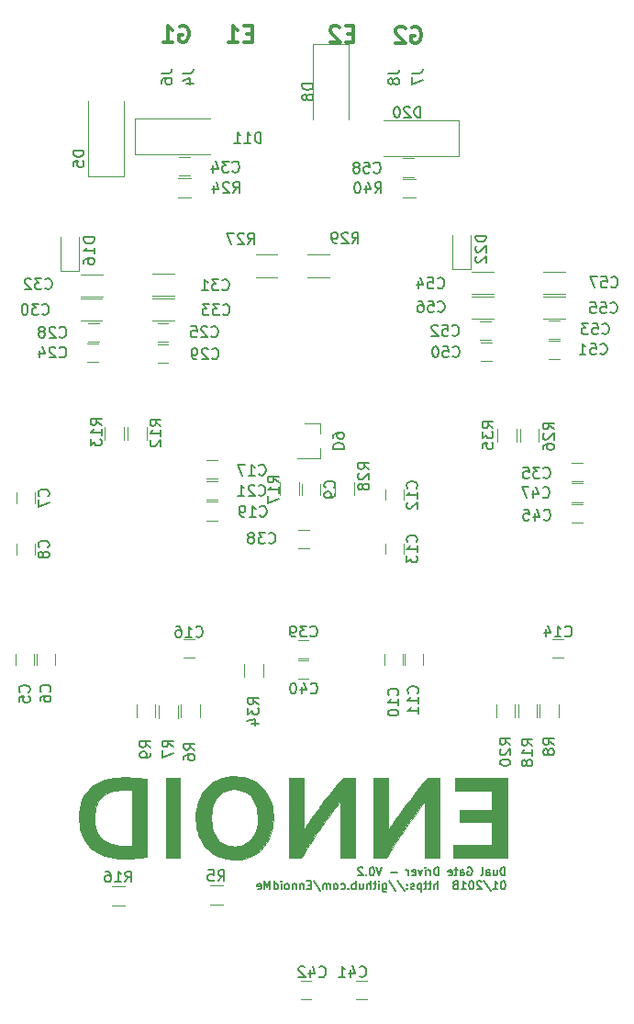
<source format=gbo>
G04 #@! TF.GenerationSoftware,KiCad,Pcbnew,no-vcs-found-c6d0075~61~ubuntu17.10.1*
G04 #@! TF.CreationDate,2018-02-01T09:34:47-05:00*
G04 #@! TF.ProjectId,ENNOID Dual Gate Driver,454E4E4F4944204475616C2047617465,rev?*
G04 #@! TF.SameCoordinates,Original*
G04 #@! TF.FileFunction,Legend,Bot*
G04 #@! TF.FilePolarity,Positive*
%FSLAX46Y46*%
G04 Gerber Fmt 4.6, Leading zero omitted, Abs format (unit mm)*
G04 Created by KiCad (PCBNEW no-vcs-found-c6d0075~61~ubuntu17.10.1) date Thu Feb  1 09:34:47 2018*
%MOMM*%
%LPD*%
G01*
G04 APERTURE LIST*
%ADD10C,0.150000*%
%ADD11C,0.300000*%
%ADD12C,0.120000*%
%ADD13C,0.010000*%
G04 APERTURE END LIST*
D10*
X49584128Y-78594185D02*
X49584128Y-77844185D01*
X49405557Y-77844185D01*
X49298414Y-77879900D01*
X49226985Y-77951328D01*
X49191271Y-78022757D01*
X49155557Y-78165614D01*
X49155557Y-78272757D01*
X49191271Y-78415614D01*
X49226985Y-78487042D01*
X49298414Y-78558471D01*
X49405557Y-78594185D01*
X49584128Y-78594185D01*
X48512700Y-78094185D02*
X48512700Y-78594185D01*
X48834128Y-78094185D02*
X48834128Y-78487042D01*
X48798414Y-78558471D01*
X48726985Y-78594185D01*
X48619842Y-78594185D01*
X48548414Y-78558471D01*
X48512700Y-78522757D01*
X47834128Y-78594185D02*
X47834128Y-78201328D01*
X47869842Y-78129900D01*
X47941271Y-78094185D01*
X48084128Y-78094185D01*
X48155557Y-78129900D01*
X47834128Y-78558471D02*
X47905557Y-78594185D01*
X48084128Y-78594185D01*
X48155557Y-78558471D01*
X48191271Y-78487042D01*
X48191271Y-78415614D01*
X48155557Y-78344185D01*
X48084128Y-78308471D01*
X47905557Y-78308471D01*
X47834128Y-78272757D01*
X47369842Y-78594185D02*
X47441271Y-78558471D01*
X47476985Y-78487042D01*
X47476985Y-77844185D01*
X46119842Y-77879900D02*
X46191271Y-77844185D01*
X46298414Y-77844185D01*
X46405557Y-77879900D01*
X46476985Y-77951328D01*
X46512699Y-78022757D01*
X46548414Y-78165614D01*
X46548414Y-78272757D01*
X46512699Y-78415614D01*
X46476985Y-78487042D01*
X46405557Y-78558471D01*
X46298414Y-78594185D01*
X46226985Y-78594185D01*
X46119842Y-78558471D01*
X46084128Y-78522757D01*
X46084128Y-78272757D01*
X46226985Y-78272757D01*
X45441271Y-78594185D02*
X45441271Y-78201328D01*
X45476985Y-78129900D01*
X45548414Y-78094185D01*
X45691271Y-78094185D01*
X45762699Y-78129900D01*
X45441271Y-78558471D02*
X45512699Y-78594185D01*
X45691271Y-78594185D01*
X45762699Y-78558471D01*
X45798414Y-78487042D01*
X45798414Y-78415614D01*
X45762699Y-78344185D01*
X45691271Y-78308471D01*
X45512699Y-78308471D01*
X45441271Y-78272757D01*
X45191271Y-78094185D02*
X44905557Y-78094185D01*
X45084128Y-77844185D02*
X45084128Y-78487042D01*
X45048414Y-78558471D01*
X44976985Y-78594185D01*
X44905557Y-78594185D01*
X44369842Y-78558471D02*
X44441271Y-78594185D01*
X44584128Y-78594185D01*
X44655557Y-78558471D01*
X44691271Y-78487042D01*
X44691271Y-78201328D01*
X44655557Y-78129900D01*
X44584128Y-78094185D01*
X44441271Y-78094185D01*
X44369842Y-78129900D01*
X44334128Y-78201328D01*
X44334128Y-78272757D01*
X44691271Y-78344185D01*
X43441271Y-78594185D02*
X43441271Y-77844185D01*
X43262699Y-77844185D01*
X43155557Y-77879900D01*
X43084128Y-77951328D01*
X43048414Y-78022757D01*
X43012699Y-78165614D01*
X43012699Y-78272757D01*
X43048414Y-78415614D01*
X43084128Y-78487042D01*
X43155557Y-78558471D01*
X43262699Y-78594185D01*
X43441271Y-78594185D01*
X42691271Y-78594185D02*
X42691271Y-78094185D01*
X42691271Y-78237042D02*
X42655557Y-78165614D01*
X42619842Y-78129900D01*
X42548414Y-78094185D01*
X42476985Y-78094185D01*
X42226985Y-78594185D02*
X42226985Y-78094185D01*
X42226985Y-77844185D02*
X42262699Y-77879900D01*
X42226985Y-77915614D01*
X42191271Y-77879900D01*
X42226985Y-77844185D01*
X42226985Y-77915614D01*
X41941271Y-78094185D02*
X41762699Y-78594185D01*
X41584128Y-78094185D01*
X41012699Y-78558471D02*
X41084128Y-78594185D01*
X41226985Y-78594185D01*
X41298414Y-78558471D01*
X41334128Y-78487042D01*
X41334128Y-78201328D01*
X41298414Y-78129900D01*
X41226985Y-78094185D01*
X41084128Y-78094185D01*
X41012699Y-78129900D01*
X40976985Y-78201328D01*
X40976985Y-78272757D01*
X41334128Y-78344185D01*
X40655557Y-78594185D02*
X40655557Y-78094185D01*
X40655557Y-78237042D02*
X40619842Y-78165614D01*
X40584128Y-78129900D01*
X40512699Y-78094185D01*
X40441271Y-78094185D01*
X39619842Y-78308471D02*
X39048414Y-78308471D01*
X38226985Y-77844185D02*
X37976985Y-78594185D01*
X37726985Y-77844185D01*
X37334128Y-77844185D02*
X37262699Y-77844185D01*
X37191271Y-77879900D01*
X37155557Y-77915614D01*
X37119842Y-77987042D01*
X37084128Y-78129900D01*
X37084128Y-78308471D01*
X37119842Y-78451328D01*
X37155557Y-78522757D01*
X37191271Y-78558471D01*
X37262699Y-78594185D01*
X37334128Y-78594185D01*
X37405557Y-78558471D01*
X37441271Y-78522757D01*
X37476985Y-78451328D01*
X37512699Y-78308471D01*
X37512699Y-78129900D01*
X37476985Y-77987042D01*
X37441271Y-77915614D01*
X37405557Y-77879900D01*
X37334128Y-77844185D01*
X36762699Y-78522757D02*
X36726985Y-78558471D01*
X36762699Y-78594185D01*
X36798414Y-78558471D01*
X36762699Y-78522757D01*
X36762699Y-78594185D01*
X36441271Y-77915614D02*
X36405557Y-77879900D01*
X36334128Y-77844185D01*
X36155557Y-77844185D01*
X36084128Y-77879900D01*
X36048414Y-77915614D01*
X36012699Y-77987042D01*
X36012699Y-78058471D01*
X36048414Y-78165614D01*
X36476985Y-78594185D01*
X36012699Y-78594185D01*
X49441271Y-79119185D02*
X49369842Y-79119185D01*
X49298414Y-79154900D01*
X49262700Y-79190614D01*
X49226985Y-79262042D01*
X49191271Y-79404900D01*
X49191271Y-79583471D01*
X49226985Y-79726328D01*
X49262700Y-79797757D01*
X49298414Y-79833471D01*
X49369842Y-79869185D01*
X49441271Y-79869185D01*
X49512700Y-79833471D01*
X49548414Y-79797757D01*
X49584128Y-79726328D01*
X49619842Y-79583471D01*
X49619842Y-79404900D01*
X49584128Y-79262042D01*
X49548414Y-79190614D01*
X49512700Y-79154900D01*
X49441271Y-79119185D01*
X48476985Y-79869185D02*
X48905557Y-79869185D01*
X48691271Y-79869185D02*
X48691271Y-79119185D01*
X48762700Y-79226328D01*
X48834128Y-79297757D01*
X48905557Y-79333471D01*
X47619842Y-79083471D02*
X48262700Y-80047757D01*
X47405557Y-79190614D02*
X47369842Y-79154900D01*
X47298414Y-79119185D01*
X47119842Y-79119185D01*
X47048414Y-79154900D01*
X47012700Y-79190614D01*
X46976985Y-79262042D01*
X46976985Y-79333471D01*
X47012700Y-79440614D01*
X47441271Y-79869185D01*
X46976985Y-79869185D01*
X46512700Y-79119185D02*
X46441271Y-79119185D01*
X46369842Y-79154900D01*
X46334128Y-79190614D01*
X46298414Y-79262042D01*
X46262700Y-79404900D01*
X46262700Y-79583471D01*
X46298414Y-79726328D01*
X46334128Y-79797757D01*
X46369842Y-79833471D01*
X46441271Y-79869185D01*
X46512700Y-79869185D01*
X46584128Y-79833471D01*
X46619842Y-79797757D01*
X46655557Y-79726328D01*
X46691271Y-79583471D01*
X46691271Y-79404900D01*
X46655557Y-79262042D01*
X46619842Y-79190614D01*
X46584128Y-79154900D01*
X46512700Y-79119185D01*
X45548414Y-79869185D02*
X45976985Y-79869185D01*
X45762700Y-79869185D02*
X45762700Y-79119185D01*
X45834128Y-79226328D01*
X45905557Y-79297757D01*
X45976985Y-79333471D01*
X45119842Y-79440614D02*
X45191271Y-79404900D01*
X45226985Y-79369185D01*
X45262700Y-79297757D01*
X45262700Y-79262042D01*
X45226985Y-79190614D01*
X45191271Y-79154900D01*
X45119842Y-79119185D01*
X44976985Y-79119185D01*
X44905557Y-79154900D01*
X44869842Y-79190614D01*
X44834128Y-79262042D01*
X44834128Y-79297757D01*
X44869842Y-79369185D01*
X44905557Y-79404900D01*
X44976985Y-79440614D01*
X45119842Y-79440614D01*
X45191271Y-79476328D01*
X45226985Y-79512042D01*
X45262700Y-79583471D01*
X45262700Y-79726328D01*
X45226985Y-79797757D01*
X45191271Y-79833471D01*
X45119842Y-79869185D01*
X44976985Y-79869185D01*
X44905557Y-79833471D01*
X44869842Y-79797757D01*
X44834128Y-79726328D01*
X44834128Y-79583471D01*
X44869842Y-79512042D01*
X44905557Y-79476328D01*
X44976985Y-79440614D01*
X43369842Y-79869185D02*
X43369842Y-79119185D01*
X43048414Y-79869185D02*
X43048414Y-79476328D01*
X43084128Y-79404900D01*
X43155557Y-79369185D01*
X43262700Y-79369185D01*
X43334128Y-79404900D01*
X43369842Y-79440614D01*
X42798414Y-79369185D02*
X42512700Y-79369185D01*
X42691271Y-79119185D02*
X42691271Y-79762042D01*
X42655557Y-79833471D01*
X42584128Y-79869185D01*
X42512700Y-79869185D01*
X42369842Y-79369185D02*
X42084128Y-79369185D01*
X42262700Y-79119185D02*
X42262700Y-79762042D01*
X42226985Y-79833471D01*
X42155557Y-79869185D01*
X42084128Y-79869185D01*
X41834128Y-79369185D02*
X41834128Y-80119185D01*
X41834128Y-79404900D02*
X41762700Y-79369185D01*
X41619842Y-79369185D01*
X41548414Y-79404900D01*
X41512700Y-79440614D01*
X41476985Y-79512042D01*
X41476985Y-79726328D01*
X41512700Y-79797757D01*
X41548414Y-79833471D01*
X41619842Y-79869185D01*
X41762700Y-79869185D01*
X41834128Y-79833471D01*
X41191271Y-79833471D02*
X41119842Y-79869185D01*
X40976985Y-79869185D01*
X40905557Y-79833471D01*
X40869842Y-79762042D01*
X40869842Y-79726328D01*
X40905557Y-79654900D01*
X40976985Y-79619185D01*
X41084128Y-79619185D01*
X41155557Y-79583471D01*
X41191271Y-79512042D01*
X41191271Y-79476328D01*
X41155557Y-79404900D01*
X41084128Y-79369185D01*
X40976985Y-79369185D01*
X40905557Y-79404900D01*
X40548414Y-79797757D02*
X40512700Y-79833471D01*
X40548414Y-79869185D01*
X40584128Y-79833471D01*
X40548414Y-79797757D01*
X40548414Y-79869185D01*
X40548414Y-79404900D02*
X40512700Y-79440614D01*
X40548414Y-79476328D01*
X40584128Y-79440614D01*
X40548414Y-79404900D01*
X40548414Y-79476328D01*
X39655557Y-79083471D02*
X40298414Y-80047757D01*
X38869842Y-79083471D02*
X39512700Y-80047757D01*
X38298414Y-79369185D02*
X38298414Y-79976328D01*
X38334128Y-80047757D01*
X38369842Y-80083471D01*
X38441271Y-80119185D01*
X38548414Y-80119185D01*
X38619842Y-80083471D01*
X38298414Y-79833471D02*
X38369842Y-79869185D01*
X38512700Y-79869185D01*
X38584128Y-79833471D01*
X38619842Y-79797757D01*
X38655557Y-79726328D01*
X38655557Y-79512042D01*
X38619842Y-79440614D01*
X38584128Y-79404900D01*
X38512700Y-79369185D01*
X38369842Y-79369185D01*
X38298414Y-79404900D01*
X37941271Y-79869185D02*
X37941271Y-79369185D01*
X37941271Y-79119185D02*
X37976985Y-79154900D01*
X37941271Y-79190614D01*
X37905557Y-79154900D01*
X37941271Y-79119185D01*
X37941271Y-79190614D01*
X37691271Y-79369185D02*
X37405557Y-79369185D01*
X37584128Y-79119185D02*
X37584128Y-79762042D01*
X37548414Y-79833471D01*
X37476985Y-79869185D01*
X37405557Y-79869185D01*
X37155557Y-79869185D02*
X37155557Y-79119185D01*
X36834128Y-79869185D02*
X36834128Y-79476328D01*
X36869842Y-79404900D01*
X36941271Y-79369185D01*
X37048414Y-79369185D01*
X37119842Y-79404900D01*
X37155557Y-79440614D01*
X36155557Y-79369185D02*
X36155557Y-79869185D01*
X36476985Y-79369185D02*
X36476985Y-79762042D01*
X36441271Y-79833471D01*
X36369842Y-79869185D01*
X36262700Y-79869185D01*
X36191271Y-79833471D01*
X36155557Y-79797757D01*
X35798414Y-79869185D02*
X35798414Y-79119185D01*
X35798414Y-79404900D02*
X35726985Y-79369185D01*
X35584128Y-79369185D01*
X35512700Y-79404900D01*
X35476985Y-79440614D01*
X35441271Y-79512042D01*
X35441271Y-79726328D01*
X35476985Y-79797757D01*
X35512700Y-79833471D01*
X35584128Y-79869185D01*
X35726985Y-79869185D01*
X35798414Y-79833471D01*
X35119842Y-79797757D02*
X35084128Y-79833471D01*
X35119842Y-79869185D01*
X35155557Y-79833471D01*
X35119842Y-79797757D01*
X35119842Y-79869185D01*
X34441271Y-79833471D02*
X34512700Y-79869185D01*
X34655557Y-79869185D01*
X34726985Y-79833471D01*
X34762700Y-79797757D01*
X34798414Y-79726328D01*
X34798414Y-79512042D01*
X34762700Y-79440614D01*
X34726985Y-79404900D01*
X34655557Y-79369185D01*
X34512700Y-79369185D01*
X34441271Y-79404900D01*
X34012700Y-79869185D02*
X34084128Y-79833471D01*
X34119842Y-79797757D01*
X34155557Y-79726328D01*
X34155557Y-79512042D01*
X34119842Y-79440614D01*
X34084128Y-79404900D01*
X34012700Y-79369185D01*
X33905557Y-79369185D01*
X33834128Y-79404900D01*
X33798414Y-79440614D01*
X33762700Y-79512042D01*
X33762700Y-79726328D01*
X33798414Y-79797757D01*
X33834128Y-79833471D01*
X33905557Y-79869185D01*
X34012700Y-79869185D01*
X33441271Y-79869185D02*
X33441271Y-79369185D01*
X33441271Y-79440614D02*
X33405557Y-79404900D01*
X33334128Y-79369185D01*
X33226985Y-79369185D01*
X33155557Y-79404900D01*
X33119842Y-79476328D01*
X33119842Y-79869185D01*
X33119842Y-79476328D02*
X33084128Y-79404900D01*
X33012700Y-79369185D01*
X32905557Y-79369185D01*
X32834128Y-79404900D01*
X32798414Y-79476328D01*
X32798414Y-79869185D01*
X31905557Y-79083471D02*
X32548414Y-80047757D01*
X31655557Y-79476328D02*
X31405557Y-79476328D01*
X31298414Y-79869185D02*
X31655557Y-79869185D01*
X31655557Y-79119185D01*
X31298414Y-79119185D01*
X30976985Y-79369185D02*
X30976985Y-79869185D01*
X30976985Y-79440614D02*
X30941271Y-79404900D01*
X30869842Y-79369185D01*
X30762700Y-79369185D01*
X30691271Y-79404900D01*
X30655557Y-79476328D01*
X30655557Y-79869185D01*
X30298414Y-79369185D02*
X30298414Y-79869185D01*
X30298414Y-79440614D02*
X30262700Y-79404900D01*
X30191271Y-79369185D01*
X30084128Y-79369185D01*
X30012700Y-79404900D01*
X29976985Y-79476328D01*
X29976985Y-79869185D01*
X29512700Y-79869185D02*
X29584128Y-79833471D01*
X29619842Y-79797757D01*
X29655557Y-79726328D01*
X29655557Y-79512042D01*
X29619842Y-79440614D01*
X29584128Y-79404900D01*
X29512700Y-79369185D01*
X29405557Y-79369185D01*
X29334128Y-79404900D01*
X29298414Y-79440614D01*
X29262700Y-79512042D01*
X29262700Y-79726328D01*
X29298414Y-79797757D01*
X29334128Y-79833471D01*
X29405557Y-79869185D01*
X29512700Y-79869185D01*
X28941271Y-79869185D02*
X28941271Y-79369185D01*
X28941271Y-79119185D02*
X28976985Y-79154900D01*
X28941271Y-79190614D01*
X28905557Y-79154900D01*
X28941271Y-79119185D01*
X28941271Y-79190614D01*
X28262700Y-79869185D02*
X28262700Y-79119185D01*
X28262700Y-79833471D02*
X28334128Y-79869185D01*
X28476985Y-79869185D01*
X28548414Y-79833471D01*
X28584128Y-79797757D01*
X28619842Y-79726328D01*
X28619842Y-79512042D01*
X28584128Y-79440614D01*
X28548414Y-79404900D01*
X28476985Y-79369185D01*
X28334128Y-79369185D01*
X28262700Y-79404900D01*
X27905557Y-79869185D02*
X27905557Y-79119185D01*
X27655557Y-79654900D01*
X27405557Y-79119185D01*
X27405557Y-79869185D01*
X26762700Y-79833471D02*
X26834128Y-79869185D01*
X26976985Y-79869185D01*
X27048414Y-79833471D01*
X27084128Y-79762042D01*
X27084128Y-79476328D01*
X27048414Y-79404900D01*
X26976985Y-79369185D01*
X26834128Y-79369185D01*
X26762700Y-79404900D01*
X26726985Y-79476328D01*
X26726985Y-79547757D01*
X27084128Y-79619185D01*
D11*
X26232514Y-985057D02*
X25732514Y-985057D01*
X25518228Y-1770771D02*
X26232514Y-1770771D01*
X26232514Y-270771D01*
X25518228Y-270771D01*
X24089657Y-1770771D02*
X24946800Y-1770771D01*
X24518228Y-1770771D02*
X24518228Y-270771D01*
X24661085Y-485057D01*
X24803942Y-627914D01*
X24946800Y-699342D01*
X19574628Y-316800D02*
X19717485Y-245371D01*
X19931771Y-245371D01*
X20146057Y-316800D01*
X20288914Y-459657D01*
X20360342Y-602514D01*
X20431771Y-888228D01*
X20431771Y-1102514D01*
X20360342Y-1388228D01*
X20288914Y-1531085D01*
X20146057Y-1673942D01*
X19931771Y-1745371D01*
X19788914Y-1745371D01*
X19574628Y-1673942D01*
X19503200Y-1602514D01*
X19503200Y-1102514D01*
X19788914Y-1102514D01*
X18074628Y-1745371D02*
X18931771Y-1745371D01*
X18503200Y-1745371D02*
X18503200Y-245371D01*
X18646057Y-459657D01*
X18788914Y-602514D01*
X18931771Y-673942D01*
X41012228Y-418400D02*
X41155085Y-346971D01*
X41369371Y-346971D01*
X41583657Y-418400D01*
X41726514Y-561257D01*
X41797942Y-704114D01*
X41869371Y-989828D01*
X41869371Y-1204114D01*
X41797942Y-1489828D01*
X41726514Y-1632685D01*
X41583657Y-1775542D01*
X41369371Y-1846971D01*
X41226514Y-1846971D01*
X41012228Y-1775542D01*
X40940800Y-1704114D01*
X40940800Y-1204114D01*
X41226514Y-1204114D01*
X40369371Y-489828D02*
X40297942Y-418400D01*
X40155085Y-346971D01*
X39797942Y-346971D01*
X39655085Y-418400D01*
X39583657Y-489828D01*
X39512228Y-632685D01*
X39512228Y-775542D01*
X39583657Y-989828D01*
X40440800Y-1846971D01*
X39512228Y-1846971D01*
X35579714Y-985057D02*
X35079714Y-985057D01*
X34865428Y-1770771D02*
X35579714Y-1770771D01*
X35579714Y-270771D01*
X34865428Y-270771D01*
X34294000Y-413628D02*
X34222571Y-342200D01*
X34079714Y-270771D01*
X33722571Y-270771D01*
X33579714Y-342200D01*
X33508285Y-413628D01*
X33436857Y-556485D01*
X33436857Y-699342D01*
X33508285Y-913628D01*
X34365428Y-1770771D01*
X33436857Y-1770771D01*
D12*
X10248000Y-22880400D02*
X8548000Y-22880400D01*
X8548000Y-22880400D02*
X8548000Y-19730400D01*
X10248000Y-22880400D02*
X10248000Y-19730400D01*
X31716600Y-89978600D02*
X30716600Y-89978600D01*
X30716600Y-88278600D02*
X31716600Y-88278600D01*
X22361600Y-81296400D02*
X23561600Y-81296400D01*
X23561600Y-79536400D02*
X22361600Y-79536400D01*
X6133200Y-58148600D02*
X6133200Y-59148600D01*
X4433200Y-59148600D02*
X4433200Y-58148600D01*
X6363600Y-59148600D02*
X6363600Y-58148600D01*
X8063600Y-58148600D02*
X8063600Y-59148600D01*
X6209400Y-43276900D02*
X6209400Y-44276900D01*
X4509400Y-44276900D02*
X4509400Y-43276900D01*
X4509400Y-49014000D02*
X4509400Y-48014000D01*
X6209400Y-48014000D02*
X6209400Y-49014000D01*
X40143800Y-58174000D02*
X40143800Y-59174000D01*
X38443800Y-59174000D02*
X38443800Y-58174000D01*
X40323400Y-59174000D02*
X40323400Y-58174000D01*
X42023400Y-58174000D02*
X42023400Y-59174000D01*
X40220000Y-42978400D02*
X40220000Y-43978400D01*
X38520000Y-43978400D02*
X38520000Y-42978400D01*
X38520000Y-48978400D02*
X38520000Y-47978400D01*
X40220000Y-47978400D02*
X40220000Y-48978400D01*
X19921600Y-56833400D02*
X20921600Y-56833400D01*
X20921600Y-58533400D02*
X19921600Y-58533400D01*
X23055200Y-42023400D02*
X22055200Y-42023400D01*
X22055200Y-40323400D02*
X23055200Y-40323400D01*
X22067466Y-44149107D02*
X23067466Y-44149107D01*
X23067466Y-45849107D02*
X22067466Y-45849107D01*
X18508600Y-29399600D02*
X17508600Y-29399600D01*
X17508600Y-27699600D02*
X18508600Y-27699600D01*
X11082400Y-27674200D02*
X12082400Y-27674200D01*
X12082400Y-29374200D02*
X11082400Y-29374200D01*
X18508600Y-31304600D02*
X17508600Y-31304600D01*
X17508600Y-29604600D02*
X18508600Y-29604600D01*
X10422146Y-23158672D02*
X12422146Y-23158672D01*
X12422146Y-25198672D02*
X10422146Y-25198672D01*
X20489800Y-14083400D02*
X19489800Y-14083400D01*
X19489800Y-12383400D02*
X20489800Y-12383400D01*
X30462600Y-56858800D02*
X31462600Y-56858800D01*
X31462600Y-58558800D02*
X30462600Y-58558800D01*
X31462600Y-60489200D02*
X30462600Y-60489200D01*
X30462600Y-58789200D02*
X31462600Y-58789200D01*
X36822000Y-89978600D02*
X35822000Y-89978600D01*
X35822000Y-88278600D02*
X36822000Y-88278600D01*
X21428600Y-64049200D02*
X21428600Y-62849200D01*
X19668600Y-62849200D02*
X19668600Y-64049200D01*
X17611200Y-62874600D02*
X17611200Y-64074600D01*
X19371200Y-64074600D02*
X19371200Y-62874600D01*
X54550200Y-64011100D02*
X54550200Y-62811100D01*
X52790200Y-62811100D02*
X52790200Y-64011100D01*
X17313800Y-64049200D02*
X17313800Y-62849200D01*
X15553800Y-62849200D02*
X15553800Y-64049200D01*
X13334405Y-81332572D02*
X14534405Y-81332572D01*
X14534405Y-79572572D02*
X13334405Y-79572572D01*
X52543600Y-64036500D02*
X52543600Y-62836500D01*
X50783600Y-62836500D02*
X50783600Y-64036500D01*
X50511600Y-64036500D02*
X50511600Y-62836500D01*
X48751600Y-62836500D02*
X48751600Y-64036500D01*
X52721400Y-38598400D02*
X52721400Y-37398400D01*
X50961400Y-37398400D02*
X50961400Y-38598400D01*
X35627200Y-43500600D02*
X35627200Y-42300600D01*
X33867200Y-42300600D02*
X33867200Y-43500600D01*
X30488000Y-46698800D02*
X31488000Y-46698800D01*
X31488000Y-48398800D02*
X30488000Y-48398800D01*
X32535400Y-36951800D02*
X31075400Y-36951800D01*
X32535400Y-40111800D02*
X30375400Y-40111800D01*
X32535400Y-40111800D02*
X32535400Y-39181800D01*
X32535400Y-36951800D02*
X32535400Y-37881800D01*
X15437400Y-12114800D02*
X22337400Y-12114800D01*
X15437400Y-8814800D02*
X22337400Y-8814800D01*
X15437400Y-12114800D02*
X15437400Y-8814800D01*
X25510600Y-59090000D02*
X25510600Y-60290000D01*
X27270600Y-60290000D02*
X27270600Y-59090000D01*
X23055200Y-43928400D02*
X22055200Y-43928400D01*
X22055200Y-42228400D02*
X23055200Y-42228400D01*
X12057000Y-31279200D02*
X11057000Y-31279200D01*
X11057000Y-29579200D02*
X12057000Y-29579200D01*
X10404600Y-25396000D02*
X12404600Y-25396000D01*
X12404600Y-27436000D02*
X10404600Y-27436000D01*
X17061495Y-23137873D02*
X19061495Y-23137873D01*
X19061495Y-25177873D02*
X17061495Y-25177873D01*
X19059400Y-27410600D02*
X17059400Y-27410600D01*
X17059400Y-25370600D02*
X19059400Y-25370600D01*
X56710200Y-42252000D02*
X55710200Y-42252000D01*
X55710200Y-40552000D02*
X56710200Y-40552000D01*
X55735600Y-44387400D02*
X56735600Y-44387400D01*
X56735600Y-46087400D02*
X55735600Y-46087400D01*
X56710200Y-44157000D02*
X55710200Y-44157000D01*
X55710200Y-42457000D02*
X56710200Y-42457000D01*
X47328200Y-29452200D02*
X48328200Y-29452200D01*
X48328200Y-31152200D02*
X47328200Y-31152200D01*
X53602000Y-29274400D02*
X54602000Y-29274400D01*
X54602000Y-30974400D02*
X53602000Y-30974400D01*
X48302800Y-29196400D02*
X47302800Y-29196400D01*
X47302800Y-27496400D02*
X48302800Y-27496400D01*
X54627400Y-29120200D02*
X53627400Y-29120200D01*
X53627400Y-27420200D02*
X54627400Y-27420200D01*
X46523400Y-22932200D02*
X48523400Y-22932200D01*
X48523400Y-24972200D02*
X46523400Y-24972200D01*
X55103607Y-27263553D02*
X53103607Y-27263553D01*
X53103607Y-25223553D02*
X55103607Y-25223553D01*
X48498000Y-27232800D02*
X46498000Y-27232800D01*
X46498000Y-25192800D02*
X48498000Y-25192800D01*
X53102000Y-22906800D02*
X55102000Y-22906800D01*
X55102000Y-24946800D02*
X53102000Y-24946800D01*
X41165400Y-14185000D02*
X40165400Y-14185000D01*
X40165400Y-12485000D02*
X41165400Y-12485000D01*
X45294000Y-8941800D02*
X38394000Y-8941800D01*
X45294000Y-12241800D02*
X38394000Y-12241800D01*
X45294000Y-8941800D02*
X45294000Y-12241800D01*
X14741000Y-37220600D02*
X14741000Y-38420600D01*
X16501000Y-38420600D02*
X16501000Y-37220600D01*
X14392800Y-38416800D02*
X14392800Y-37216800D01*
X12632800Y-37216800D02*
X12632800Y-38416800D01*
X20589800Y-14309200D02*
X19389800Y-14309200D01*
X19389800Y-16069200D02*
X20589800Y-16069200D01*
X50613200Y-38598400D02*
X50613200Y-37398400D01*
X48853200Y-37398400D02*
X48853200Y-38598400D01*
X41367000Y-14360000D02*
X40167000Y-14360000D01*
X40167000Y-16120000D02*
X41367000Y-16120000D01*
X30849200Y-43502200D02*
X30849200Y-42502200D01*
X32549200Y-42502200D02*
X32549200Y-43502200D01*
X53957600Y-56833400D02*
X54957600Y-56833400D01*
X54957600Y-58533400D02*
X53957600Y-58533400D01*
D13*
G36*
X18264724Y-76960250D02*
X19612695Y-76960250D01*
X19612695Y-69612487D01*
X18264724Y-69612487D01*
X18264724Y-76960250D01*
X18264724Y-76960250D01*
G37*
X18264724Y-76960250D02*
X19612695Y-76960250D01*
X19612695Y-69612487D01*
X18264724Y-69612487D01*
X18264724Y-76960250D01*
G36*
X34395727Y-69843757D02*
X34176629Y-70091875D01*
X33943506Y-70367007D01*
X33693749Y-70672411D01*
X33424754Y-71011346D01*
X33133913Y-71387068D01*
X32818620Y-71802837D01*
X32673500Y-71996586D01*
X32548160Y-72165994D01*
X32408227Y-72357727D01*
X32257712Y-72566079D01*
X32100621Y-72785349D01*
X31940966Y-73009831D01*
X31782754Y-73233824D01*
X31629994Y-73451622D01*
X31486696Y-73657523D01*
X31356868Y-73845822D01*
X31244519Y-74010817D01*
X31153659Y-74146804D01*
X31088295Y-74248079D01*
X31070001Y-74277903D01*
X30991155Y-74409678D01*
X30984407Y-72011083D01*
X30977660Y-69612487D01*
X29629968Y-69612487D01*
X29629968Y-76960250D01*
X30780762Y-76960250D01*
X30897420Y-76768627D01*
X31078810Y-76474217D01*
X31284148Y-76147089D01*
X31506714Y-75797579D01*
X31739788Y-75436025D01*
X31976651Y-75072765D01*
X32210581Y-74718136D01*
X32434859Y-74382475D01*
X32642766Y-74076120D01*
X32731571Y-73947139D01*
X32837378Y-73796464D01*
X32965060Y-73618178D01*
X33109342Y-73419359D01*
X33264947Y-73207087D01*
X33426602Y-72988439D01*
X33589030Y-72770495D01*
X33746957Y-72560335D01*
X33895107Y-72365037D01*
X34028205Y-72191679D01*
X34140975Y-72047342D01*
X34226314Y-71941318D01*
X34387513Y-71746007D01*
X34387513Y-76960250D01*
X35735483Y-76960250D01*
X35735483Y-69612487D01*
X34604679Y-69612487D01*
X34395727Y-69843757D01*
X34395727Y-69843757D01*
G37*
X34395727Y-69843757D02*
X34176629Y-70091875D01*
X33943506Y-70367007D01*
X33693749Y-70672411D01*
X33424754Y-71011346D01*
X33133913Y-71387068D01*
X32818620Y-71802837D01*
X32673500Y-71996586D01*
X32548160Y-72165994D01*
X32408227Y-72357727D01*
X32257712Y-72566079D01*
X32100621Y-72785349D01*
X31940966Y-73009831D01*
X31782754Y-73233824D01*
X31629994Y-73451622D01*
X31486696Y-73657523D01*
X31356868Y-73845822D01*
X31244519Y-74010817D01*
X31153659Y-74146804D01*
X31088295Y-74248079D01*
X31070001Y-74277903D01*
X30991155Y-74409678D01*
X30984407Y-72011083D01*
X30977660Y-69612487D01*
X29629968Y-69612487D01*
X29629968Y-76960250D01*
X30780762Y-76960250D01*
X30897420Y-76768627D01*
X31078810Y-76474217D01*
X31284148Y-76147089D01*
X31506714Y-75797579D01*
X31739788Y-75436025D01*
X31976651Y-75072765D01*
X32210581Y-74718136D01*
X32434859Y-74382475D01*
X32642766Y-74076120D01*
X32731571Y-73947139D01*
X32837378Y-73796464D01*
X32965060Y-73618178D01*
X33109342Y-73419359D01*
X33264947Y-73207087D01*
X33426602Y-72988439D01*
X33589030Y-72770495D01*
X33746957Y-72560335D01*
X33895107Y-72365037D01*
X34028205Y-72191679D01*
X34140975Y-72047342D01*
X34226314Y-71941318D01*
X34387513Y-71746007D01*
X34387513Y-76960250D01*
X35735483Y-76960250D01*
X35735483Y-69612487D01*
X34604679Y-69612487D01*
X34395727Y-69843757D01*
G36*
X42125581Y-69962695D02*
X41839541Y-70296309D01*
X41531926Y-70670216D01*
X41207089Y-71078642D01*
X40869383Y-71515813D01*
X40523160Y-71975956D01*
X40172775Y-72453298D01*
X39822579Y-72942064D01*
X39476926Y-73436482D01*
X39192710Y-73852769D01*
X38801456Y-74432385D01*
X38801456Y-69612487D01*
X37453486Y-69612487D01*
X37453486Y-76960250D01*
X38617742Y-76960250D01*
X38689776Y-76839003D01*
X38762488Y-76718907D01*
X38859678Y-76561833D01*
X38976758Y-76374957D01*
X39109143Y-76165454D01*
X39252244Y-75940501D01*
X39401476Y-75707275D01*
X39552252Y-75472950D01*
X39699984Y-75244704D01*
X39840086Y-75029711D01*
X39967971Y-74835149D01*
X40039601Y-74727196D01*
X40439813Y-74136100D01*
X40836269Y-73568931D01*
X41224551Y-73031797D01*
X41600246Y-72530810D01*
X41957340Y-72074070D01*
X42197814Y-71773633D01*
X42204552Y-74366942D01*
X42211289Y-76960250D01*
X43559001Y-76960250D01*
X43559001Y-69612487D01*
X42433364Y-69612487D01*
X42125581Y-69962695D01*
X42125581Y-69962695D01*
G37*
X42125581Y-69962695D02*
X41839541Y-70296309D01*
X41531926Y-70670216D01*
X41207089Y-71078642D01*
X40869383Y-71515813D01*
X40523160Y-71975956D01*
X40172775Y-72453298D01*
X39822579Y-72942064D01*
X39476926Y-73436482D01*
X39192710Y-73852769D01*
X38801456Y-74432385D01*
X38801456Y-69612487D01*
X37453486Y-69612487D01*
X37453486Y-76960250D01*
X38617742Y-76960250D01*
X38689776Y-76839003D01*
X38762488Y-76718907D01*
X38859678Y-76561833D01*
X38976758Y-76374957D01*
X39109143Y-76165454D01*
X39252244Y-75940501D01*
X39401476Y-75707275D01*
X39552252Y-75472950D01*
X39699984Y-75244704D01*
X39840086Y-75029711D01*
X39967971Y-74835149D01*
X40039601Y-74727196D01*
X40439813Y-74136100D01*
X40836269Y-73568931D01*
X41224551Y-73031797D01*
X41600246Y-72530810D01*
X41957340Y-72074070D01*
X42197814Y-71773633D01*
X42204552Y-74366942D01*
X42211289Y-76960250D01*
X43559001Y-76960250D01*
X43559001Y-69612487D01*
X42433364Y-69612487D01*
X42125581Y-69962695D01*
G36*
X45012695Y-70775443D02*
X48395837Y-70775443D01*
X48395837Y-72546306D01*
X45382726Y-72546306D01*
X45382726Y-73682831D01*
X48395837Y-73682831D01*
X48395837Y-75797295D01*
X44774817Y-75797295D01*
X44774817Y-76960250D01*
X49770239Y-76960250D01*
X49770239Y-69612487D01*
X45012695Y-69612487D01*
X45012695Y-70775443D01*
X45012695Y-70775443D01*
G37*
X45012695Y-70775443D02*
X48395837Y-70775443D01*
X48395837Y-72546306D01*
X45382726Y-72546306D01*
X45382726Y-73682831D01*
X48395837Y-73682831D01*
X48395837Y-75797295D01*
X44774817Y-75797295D01*
X44774817Y-76960250D01*
X49770239Y-76960250D01*
X49770239Y-69612487D01*
X45012695Y-69612487D01*
X45012695Y-70775443D01*
G36*
X14221357Y-69547397D02*
X13961424Y-69555122D01*
X13728997Y-69569084D01*
X13532104Y-69589589D01*
X13498794Y-69594337D01*
X13049686Y-69676317D01*
X12644252Y-69781796D01*
X12277796Y-69912944D01*
X11945622Y-70071935D01*
X11643035Y-70260942D01*
X11365337Y-70482137D01*
X11168641Y-70672485D01*
X10921696Y-70966569D01*
X10715450Y-71289892D01*
X10549282Y-71644034D01*
X10422569Y-72030576D01*
X10334689Y-72451098D01*
X10285021Y-72907181D01*
X10284208Y-72919950D01*
X10273317Y-73420754D01*
X10304867Y-73892778D01*
X10378488Y-74335273D01*
X10493808Y-74747488D01*
X10650458Y-75128674D01*
X10848066Y-75478082D01*
X11086261Y-75794961D01*
X11364674Y-76078563D01*
X11682932Y-76328137D01*
X12040666Y-76542934D01*
X12088100Y-76567281D01*
X12406769Y-76711032D01*
X12739764Y-76826856D01*
X13093371Y-76915952D01*
X13473878Y-76979521D01*
X13887574Y-77018765D01*
X14340744Y-77034884D01*
X14537819Y-77035099D01*
X14712989Y-77033380D01*
X14876520Y-77031125D01*
X15018772Y-77028518D01*
X15130103Y-77025742D01*
X15200872Y-77022981D01*
X15211966Y-77022247D01*
X15539298Y-76994359D01*
X15824684Y-76966177D01*
X16065787Y-76937990D01*
X16260267Y-76910090D01*
X16405784Y-76882769D01*
X16474037Y-76865143D01*
X16480610Y-76861089D01*
X16486531Y-76851414D01*
X16491834Y-76833493D01*
X16496553Y-76804699D01*
X16500721Y-76762408D01*
X16504373Y-76703994D01*
X16507542Y-76626832D01*
X16510263Y-76528295D01*
X16512569Y-76405760D01*
X16514495Y-76256600D01*
X16516073Y-76078190D01*
X16517339Y-75867905D01*
X16518326Y-75623119D01*
X16519068Y-75341206D01*
X16519599Y-75019542D01*
X16519953Y-74655500D01*
X16520163Y-74246456D01*
X16520265Y-73789784D01*
X16520291Y-73286369D01*
X16520264Y-72779786D01*
X16520163Y-72323439D01*
X16519951Y-71914704D01*
X16519596Y-71550955D01*
X16519064Y-71229566D01*
X16518321Y-70947914D01*
X16517543Y-70755177D01*
X15145889Y-70755177D01*
X15145889Y-75850156D01*
X14557804Y-75850001D01*
X14293563Y-75847467D01*
X14062074Y-75840213D01*
X13869901Y-75828536D01*
X13723610Y-75812733D01*
X13718516Y-75811976D01*
X13348529Y-75734701D01*
X13015795Y-75620003D01*
X12720257Y-75467819D01*
X12461858Y-75278084D01*
X12240542Y-75050732D01*
X12056254Y-74785700D01*
X11908937Y-74482923D01*
X11798535Y-74142335D01*
X11724992Y-73763873D01*
X11695989Y-73484600D01*
X11690486Y-73193150D01*
X11712202Y-72888597D01*
X11758688Y-72584847D01*
X11827494Y-72295807D01*
X11916169Y-72035386D01*
X11974028Y-71906361D01*
X12138686Y-71628068D01*
X12336867Y-71388172D01*
X12569828Y-71185858D01*
X12838829Y-71020307D01*
X13145129Y-70890702D01*
X13489984Y-70796226D01*
X13753577Y-70750750D01*
X13839417Y-70742591D01*
X13961549Y-70735735D01*
X14110265Y-70730265D01*
X14275858Y-70726266D01*
X14448621Y-70723820D01*
X14618846Y-70723013D01*
X14776827Y-70723927D01*
X14912855Y-70726647D01*
X15017223Y-70731257D01*
X15080224Y-70737840D01*
X15086420Y-70739240D01*
X15145889Y-70755177D01*
X16517543Y-70755177D01*
X16517333Y-70703372D01*
X16516065Y-70493315D01*
X16514485Y-70315119D01*
X16512557Y-70166157D01*
X16510249Y-70043806D01*
X16507525Y-69945439D01*
X16504353Y-69868432D01*
X16500699Y-69810159D01*
X16496527Y-69767995D01*
X16491806Y-69739316D01*
X16486499Y-69721495D01*
X16480574Y-69711908D01*
X16474037Y-69707941D01*
X16327775Y-69673330D01*
X16136773Y-69642197D01*
X15909060Y-69614849D01*
X15652662Y-69591591D01*
X15375606Y-69572731D01*
X15085921Y-69558575D01*
X14791633Y-69549430D01*
X14500769Y-69545601D01*
X14221357Y-69547397D01*
X14221357Y-69547397D01*
G37*
X14221357Y-69547397D02*
X13961424Y-69555122D01*
X13728997Y-69569084D01*
X13532104Y-69589589D01*
X13498794Y-69594337D01*
X13049686Y-69676317D01*
X12644252Y-69781796D01*
X12277796Y-69912944D01*
X11945622Y-70071935D01*
X11643035Y-70260942D01*
X11365337Y-70482137D01*
X11168641Y-70672485D01*
X10921696Y-70966569D01*
X10715450Y-71289892D01*
X10549282Y-71644034D01*
X10422569Y-72030576D01*
X10334689Y-72451098D01*
X10285021Y-72907181D01*
X10284208Y-72919950D01*
X10273317Y-73420754D01*
X10304867Y-73892778D01*
X10378488Y-74335273D01*
X10493808Y-74747488D01*
X10650458Y-75128674D01*
X10848066Y-75478082D01*
X11086261Y-75794961D01*
X11364674Y-76078563D01*
X11682932Y-76328137D01*
X12040666Y-76542934D01*
X12088100Y-76567281D01*
X12406769Y-76711032D01*
X12739764Y-76826856D01*
X13093371Y-76915952D01*
X13473878Y-76979521D01*
X13887574Y-77018765D01*
X14340744Y-77034884D01*
X14537819Y-77035099D01*
X14712989Y-77033380D01*
X14876520Y-77031125D01*
X15018772Y-77028518D01*
X15130103Y-77025742D01*
X15200872Y-77022981D01*
X15211966Y-77022247D01*
X15539298Y-76994359D01*
X15824684Y-76966177D01*
X16065787Y-76937990D01*
X16260267Y-76910090D01*
X16405784Y-76882769D01*
X16474037Y-76865143D01*
X16480610Y-76861089D01*
X16486531Y-76851414D01*
X16491834Y-76833493D01*
X16496553Y-76804699D01*
X16500721Y-76762408D01*
X16504373Y-76703994D01*
X16507542Y-76626832D01*
X16510263Y-76528295D01*
X16512569Y-76405760D01*
X16514495Y-76256600D01*
X16516073Y-76078190D01*
X16517339Y-75867905D01*
X16518326Y-75623119D01*
X16519068Y-75341206D01*
X16519599Y-75019542D01*
X16519953Y-74655500D01*
X16520163Y-74246456D01*
X16520265Y-73789784D01*
X16520291Y-73286369D01*
X16520264Y-72779786D01*
X16520163Y-72323439D01*
X16519951Y-71914704D01*
X16519596Y-71550955D01*
X16519064Y-71229566D01*
X16518321Y-70947914D01*
X16517543Y-70755177D01*
X15145889Y-70755177D01*
X15145889Y-75850156D01*
X14557804Y-75850001D01*
X14293563Y-75847467D01*
X14062074Y-75840213D01*
X13869901Y-75828536D01*
X13723610Y-75812733D01*
X13718516Y-75811976D01*
X13348529Y-75734701D01*
X13015795Y-75620003D01*
X12720257Y-75467819D01*
X12461858Y-75278084D01*
X12240542Y-75050732D01*
X12056254Y-74785700D01*
X11908937Y-74482923D01*
X11798535Y-74142335D01*
X11724992Y-73763873D01*
X11695989Y-73484600D01*
X11690486Y-73193150D01*
X11712202Y-72888597D01*
X11758688Y-72584847D01*
X11827494Y-72295807D01*
X11916169Y-72035386D01*
X11974028Y-71906361D01*
X12138686Y-71628068D01*
X12336867Y-71388172D01*
X12569828Y-71185858D01*
X12838829Y-71020307D01*
X13145129Y-70890702D01*
X13489984Y-70796226D01*
X13753577Y-70750750D01*
X13839417Y-70742591D01*
X13961549Y-70735735D01*
X14110265Y-70730265D01*
X14275858Y-70726266D01*
X14448621Y-70723820D01*
X14618846Y-70723013D01*
X14776827Y-70723927D01*
X14912855Y-70726647D01*
X15017223Y-70731257D01*
X15080224Y-70737840D01*
X15086420Y-70739240D01*
X15145889Y-70755177D01*
X16517543Y-70755177D01*
X16517333Y-70703372D01*
X16516065Y-70493315D01*
X16514485Y-70315119D01*
X16512557Y-70166157D01*
X16510249Y-70043806D01*
X16507525Y-69945439D01*
X16504353Y-69868432D01*
X16500699Y-69810159D01*
X16496527Y-69767995D01*
X16491806Y-69739316D01*
X16486499Y-69721495D01*
X16480574Y-69711908D01*
X16474037Y-69707941D01*
X16327775Y-69673330D01*
X16136773Y-69642197D01*
X15909060Y-69614849D01*
X15652662Y-69591591D01*
X15375606Y-69572731D01*
X15085921Y-69558575D01*
X14791633Y-69549430D01*
X14500769Y-69545601D01*
X14221357Y-69547397D01*
G36*
X24218936Y-69466088D02*
X24000145Y-69487429D01*
X23787832Y-69523842D01*
X23566853Y-69577025D01*
X23471876Y-69603596D01*
X23094970Y-69739536D01*
X22741507Y-69921450D01*
X22414083Y-70146735D01*
X22115295Y-70412788D01*
X21847738Y-70717005D01*
X21614011Y-71056783D01*
X21416708Y-71429518D01*
X21263235Y-71818145D01*
X21161518Y-72189055D01*
X21092149Y-72589618D01*
X21055064Y-73008717D01*
X21050197Y-73435236D01*
X21077484Y-73858059D01*
X21136860Y-74266067D01*
X21228261Y-74648145D01*
X21280685Y-74811119D01*
X21450301Y-75223264D01*
X21655813Y-75596879D01*
X21896623Y-75931433D01*
X22172130Y-76226389D01*
X22481735Y-76481216D01*
X22824839Y-76695378D01*
X23200842Y-76868342D01*
X23609146Y-76999574D01*
X23783502Y-77040715D01*
X23925487Y-77064006D01*
X24105437Y-77083152D01*
X24309296Y-77097622D01*
X24523006Y-77106883D01*
X24732510Y-77110405D01*
X24923752Y-77107655D01*
X25082676Y-77098103D01*
X25136732Y-77091889D01*
X25579745Y-77007415D01*
X25989832Y-76881655D01*
X26366894Y-76714682D01*
X26710830Y-76506566D01*
X27021542Y-76257378D01*
X27298930Y-75967188D01*
X27542895Y-75636067D01*
X27753337Y-75264086D01*
X27777838Y-75213549D01*
X27901964Y-74931468D01*
X27998917Y-74659188D01*
X28071462Y-74384295D01*
X28122365Y-74094376D01*
X28154392Y-73777016D01*
X28169406Y-73456087D01*
X28169417Y-73445027D01*
X26769006Y-73445027D01*
X26735881Y-73816901D01*
X26668228Y-74176741D01*
X26566774Y-74517409D01*
X26432249Y-74831767D01*
X26265380Y-75112674D01*
X26215019Y-75181669D01*
X26064719Y-75346764D01*
X25875919Y-75504761D01*
X25662925Y-75646086D01*
X25440042Y-75761166D01*
X25237358Y-75835976D01*
X24949018Y-75895780D01*
X24641992Y-75917234D01*
X24334227Y-75900095D01*
X24072053Y-75851632D01*
X23773565Y-75748581D01*
X23498417Y-75599276D01*
X23249775Y-75406325D01*
X23030804Y-75172334D01*
X22844672Y-74899912D01*
X22786308Y-74792924D01*
X22662834Y-74502182D01*
X22569922Y-74177876D01*
X22507716Y-73829681D01*
X22476362Y-73467268D01*
X22476007Y-73100311D01*
X22506796Y-72738481D01*
X22568874Y-72391451D01*
X22662388Y-72068894D01*
X22742293Y-71872173D01*
X22908795Y-71568156D01*
X23107613Y-71304808D01*
X23336669Y-71083490D01*
X23593883Y-70905562D01*
X23877176Y-70772383D01*
X24184467Y-70685314D01*
X24513679Y-70645714D01*
X24621332Y-70643289D01*
X24956692Y-70667806D01*
X25271276Y-70740154D01*
X25562493Y-70858531D01*
X25827751Y-71021131D01*
X26064458Y-71226150D01*
X26270023Y-71471785D01*
X26441854Y-71756232D01*
X26541653Y-71979982D01*
X26653925Y-72328598D01*
X26728756Y-72693737D01*
X26766874Y-73068260D01*
X26769006Y-73445027D01*
X28169417Y-73445027D01*
X28169828Y-73040284D01*
X28146379Y-72663097D01*
X28097189Y-72315072D01*
X28020384Y-71986759D01*
X27914094Y-71668706D01*
X27776446Y-71351460D01*
X27736562Y-71270466D01*
X27542090Y-70938231D01*
X27306433Y-70627574D01*
X27036319Y-70345053D01*
X26738475Y-70097224D01*
X26419627Y-69890646D01*
X26213501Y-69785775D01*
X25965036Y-69680100D01*
X25731962Y-69599079D01*
X25500283Y-69539644D01*
X25256005Y-69498725D01*
X24985133Y-69473252D01*
X24736532Y-69461832D01*
X24459351Y-69458121D01*
X24218936Y-69466088D01*
X24218936Y-69466088D01*
G37*
X24218936Y-69466088D02*
X24000145Y-69487429D01*
X23787832Y-69523842D01*
X23566853Y-69577025D01*
X23471876Y-69603596D01*
X23094970Y-69739536D01*
X22741507Y-69921450D01*
X22414083Y-70146735D01*
X22115295Y-70412788D01*
X21847738Y-70717005D01*
X21614011Y-71056783D01*
X21416708Y-71429518D01*
X21263235Y-71818145D01*
X21161518Y-72189055D01*
X21092149Y-72589618D01*
X21055064Y-73008717D01*
X21050197Y-73435236D01*
X21077484Y-73858059D01*
X21136860Y-74266067D01*
X21228261Y-74648145D01*
X21280685Y-74811119D01*
X21450301Y-75223264D01*
X21655813Y-75596879D01*
X21896623Y-75931433D01*
X22172130Y-76226389D01*
X22481735Y-76481216D01*
X22824839Y-76695378D01*
X23200842Y-76868342D01*
X23609146Y-76999574D01*
X23783502Y-77040715D01*
X23925487Y-77064006D01*
X24105437Y-77083152D01*
X24309296Y-77097622D01*
X24523006Y-77106883D01*
X24732510Y-77110405D01*
X24923752Y-77107655D01*
X25082676Y-77098103D01*
X25136732Y-77091889D01*
X25579745Y-77007415D01*
X25989832Y-76881655D01*
X26366894Y-76714682D01*
X26710830Y-76506566D01*
X27021542Y-76257378D01*
X27298930Y-75967188D01*
X27542895Y-75636067D01*
X27753337Y-75264086D01*
X27777838Y-75213549D01*
X27901964Y-74931468D01*
X27998917Y-74659188D01*
X28071462Y-74384295D01*
X28122365Y-74094376D01*
X28154392Y-73777016D01*
X28169406Y-73456087D01*
X28169417Y-73445027D01*
X26769006Y-73445027D01*
X26735881Y-73816901D01*
X26668228Y-74176741D01*
X26566774Y-74517409D01*
X26432249Y-74831767D01*
X26265380Y-75112674D01*
X26215019Y-75181669D01*
X26064719Y-75346764D01*
X25875919Y-75504761D01*
X25662925Y-75646086D01*
X25440042Y-75761166D01*
X25237358Y-75835976D01*
X24949018Y-75895780D01*
X24641992Y-75917234D01*
X24334227Y-75900095D01*
X24072053Y-75851632D01*
X23773565Y-75748581D01*
X23498417Y-75599276D01*
X23249775Y-75406325D01*
X23030804Y-75172334D01*
X22844672Y-74899912D01*
X22786308Y-74792924D01*
X22662834Y-74502182D01*
X22569922Y-74177876D01*
X22507716Y-73829681D01*
X22476362Y-73467268D01*
X22476007Y-73100311D01*
X22506796Y-72738481D01*
X22568874Y-72391451D01*
X22662388Y-72068894D01*
X22742293Y-71872173D01*
X22908795Y-71568156D01*
X23107613Y-71304808D01*
X23336669Y-71083490D01*
X23593883Y-70905562D01*
X23877176Y-70772383D01*
X24184467Y-70685314D01*
X24513679Y-70645714D01*
X24621332Y-70643289D01*
X24956692Y-70667806D01*
X25271276Y-70740154D01*
X25562493Y-70858531D01*
X25827751Y-71021131D01*
X26064458Y-71226150D01*
X26270023Y-71471785D01*
X26441854Y-71756232D01*
X26541653Y-71979982D01*
X26653925Y-72328598D01*
X26728756Y-72693737D01*
X26766874Y-73068260D01*
X26769006Y-73445027D01*
X28169417Y-73445027D01*
X28169828Y-73040284D01*
X28146379Y-72663097D01*
X28097189Y-72315072D01*
X28020384Y-71986759D01*
X27914094Y-71668706D01*
X27776446Y-71351460D01*
X27736562Y-71270466D01*
X27542090Y-70938231D01*
X27306433Y-70627574D01*
X27036319Y-70345053D01*
X26738475Y-70097224D01*
X26419627Y-69890646D01*
X26213501Y-69785775D01*
X25965036Y-69680100D01*
X25731962Y-69599079D01*
X25500283Y-69539644D01*
X25256005Y-69498725D01*
X24985133Y-69473252D01*
X24736532Y-69461832D01*
X24459351Y-69458121D01*
X24218936Y-69466088D01*
D12*
X28584858Y-21323083D02*
X26584858Y-21323083D01*
X26584858Y-23463083D02*
X28584858Y-23463083D01*
X31360058Y-23463083D02*
X33360058Y-23463083D01*
X33360058Y-21323083D02*
X31360058Y-21323083D01*
X28787200Y-42326000D02*
X28787200Y-43526000D01*
X30547200Y-43526000D02*
X30547200Y-42326000D01*
X14400800Y-14102800D02*
X14400800Y-7202800D01*
X11100800Y-14102800D02*
X11100800Y-7202800D01*
X14400800Y-14102800D02*
X11100800Y-14102800D01*
X31878000Y-1950000D02*
X35178000Y-1950000D01*
X35178000Y-1950000D02*
X35178000Y-8850000D01*
X31878000Y-1950000D02*
X31878000Y-8850000D01*
X46392200Y-22722600D02*
X46392200Y-19572600D01*
X44692200Y-22722600D02*
X44692200Y-19572600D01*
X46392200Y-22722600D02*
X44692200Y-22722600D01*
D10*
X11700380Y-19766114D02*
X10700380Y-19766114D01*
X10700380Y-20004209D01*
X10748000Y-20147066D01*
X10843238Y-20242304D01*
X10938476Y-20289923D01*
X11128952Y-20337542D01*
X11271809Y-20337542D01*
X11462285Y-20289923D01*
X11557523Y-20242304D01*
X11652761Y-20147066D01*
X11700380Y-20004209D01*
X11700380Y-19766114D01*
X11700380Y-21289923D02*
X11700380Y-20718495D01*
X11700380Y-21004209D02*
X10700380Y-21004209D01*
X10843238Y-20908971D01*
X10938476Y-20813733D01*
X10986095Y-20718495D01*
X10700380Y-22147066D02*
X10700380Y-21956590D01*
X10748000Y-21861352D01*
X10795619Y-21813733D01*
X10938476Y-21718495D01*
X11128952Y-21670876D01*
X11509904Y-21670876D01*
X11605142Y-21718495D01*
X11652761Y-21766114D01*
X11700380Y-21861352D01*
X11700380Y-22051828D01*
X11652761Y-22147066D01*
X11605142Y-22194685D01*
X11509904Y-22242304D01*
X11271809Y-22242304D01*
X11176571Y-22194685D01*
X11128952Y-22147066D01*
X11081333Y-22051828D01*
X11081333Y-21861352D01*
X11128952Y-21766114D01*
X11176571Y-21718495D01*
X11271809Y-21670876D01*
X32430957Y-87885542D02*
X32478576Y-87933161D01*
X32621433Y-87980780D01*
X32716671Y-87980780D01*
X32859528Y-87933161D01*
X32954766Y-87837923D01*
X33002385Y-87742685D01*
X33050004Y-87552209D01*
X33050004Y-87409352D01*
X33002385Y-87218876D01*
X32954766Y-87123638D01*
X32859528Y-87028400D01*
X32716671Y-86980780D01*
X32621433Y-86980780D01*
X32478576Y-87028400D01*
X32430957Y-87076019D01*
X31573814Y-87314114D02*
X31573814Y-87980780D01*
X31811909Y-86933161D02*
X32050004Y-87647447D01*
X31430957Y-87647447D01*
X31097623Y-87076019D02*
X31050004Y-87028400D01*
X30954766Y-86980780D01*
X30716671Y-86980780D01*
X30621433Y-87028400D01*
X30573814Y-87076019D01*
X30526195Y-87171257D01*
X30526195Y-87266495D01*
X30573814Y-87409352D01*
X31145242Y-87980780D01*
X30526195Y-87980780D01*
X23102866Y-79090780D02*
X23436200Y-78614590D01*
X23674295Y-79090780D02*
X23674295Y-78090780D01*
X23293342Y-78090780D01*
X23198104Y-78138400D01*
X23150485Y-78186019D01*
X23102866Y-78281257D01*
X23102866Y-78424114D01*
X23150485Y-78519352D01*
X23198104Y-78566971D01*
X23293342Y-78614590D01*
X23674295Y-78614590D01*
X22198104Y-78090780D02*
X22674295Y-78090780D01*
X22721914Y-78566971D01*
X22674295Y-78519352D01*
X22579057Y-78471733D01*
X22340961Y-78471733D01*
X22245723Y-78519352D01*
X22198104Y-78566971D01*
X22150485Y-78662209D01*
X22150485Y-78900304D01*
X22198104Y-78995542D01*
X22245723Y-79043161D01*
X22340961Y-79090780D01*
X22579057Y-79090780D01*
X22674295Y-79043161D01*
X22721914Y-78995542D01*
X5640342Y-61682333D02*
X5687961Y-61634714D01*
X5735580Y-61491857D01*
X5735580Y-61396619D01*
X5687961Y-61253761D01*
X5592723Y-61158523D01*
X5497485Y-61110904D01*
X5307009Y-61063285D01*
X5164152Y-61063285D01*
X4973676Y-61110904D01*
X4878438Y-61158523D01*
X4783200Y-61253761D01*
X4735580Y-61396619D01*
X4735580Y-61491857D01*
X4783200Y-61634714D01*
X4830819Y-61682333D01*
X4735580Y-62587095D02*
X4735580Y-62110904D01*
X5211771Y-62063285D01*
X5164152Y-62110904D01*
X5116533Y-62206142D01*
X5116533Y-62444238D01*
X5164152Y-62539476D01*
X5211771Y-62587095D01*
X5307009Y-62634714D01*
X5545104Y-62634714D01*
X5640342Y-62587095D01*
X5687961Y-62539476D01*
X5735580Y-62444238D01*
X5735580Y-62206142D01*
X5687961Y-62110904D01*
X5640342Y-62063285D01*
X7570742Y-61656933D02*
X7618361Y-61609314D01*
X7665980Y-61466457D01*
X7665980Y-61371219D01*
X7618361Y-61228361D01*
X7523123Y-61133123D01*
X7427885Y-61085504D01*
X7237409Y-61037885D01*
X7094552Y-61037885D01*
X6904076Y-61085504D01*
X6808838Y-61133123D01*
X6713600Y-61228361D01*
X6665980Y-61371219D01*
X6665980Y-61466457D01*
X6713600Y-61609314D01*
X6761219Y-61656933D01*
X6665980Y-62514076D02*
X6665980Y-62323600D01*
X6713600Y-62228361D01*
X6761219Y-62180742D01*
X6904076Y-62085504D01*
X7094552Y-62037885D01*
X7475504Y-62037885D01*
X7570742Y-62085504D01*
X7618361Y-62133123D01*
X7665980Y-62228361D01*
X7665980Y-62418838D01*
X7618361Y-62514076D01*
X7570742Y-62561695D01*
X7475504Y-62609314D01*
X7237409Y-62609314D01*
X7142171Y-62561695D01*
X7094552Y-62514076D01*
X7046933Y-62418838D01*
X7046933Y-62228361D01*
X7094552Y-62133123D01*
X7142171Y-62085504D01*
X7237409Y-62037885D01*
X7418342Y-43622933D02*
X7465961Y-43575314D01*
X7513580Y-43432457D01*
X7513580Y-43337219D01*
X7465961Y-43194361D01*
X7370723Y-43099123D01*
X7275485Y-43051504D01*
X7085009Y-43003885D01*
X6942152Y-43003885D01*
X6751676Y-43051504D01*
X6656438Y-43099123D01*
X6561200Y-43194361D01*
X6513580Y-43337219D01*
X6513580Y-43432457D01*
X6561200Y-43575314D01*
X6608819Y-43622933D01*
X6513580Y-43956266D02*
X6513580Y-44622933D01*
X7513580Y-44194361D01*
X7418342Y-48347333D02*
X7465961Y-48299714D01*
X7513580Y-48156857D01*
X7513580Y-48061619D01*
X7465961Y-47918761D01*
X7370723Y-47823523D01*
X7275485Y-47775904D01*
X7085009Y-47728285D01*
X6942152Y-47728285D01*
X6751676Y-47775904D01*
X6656438Y-47823523D01*
X6561200Y-47918761D01*
X6513580Y-48061619D01*
X6513580Y-48156857D01*
X6561200Y-48299714D01*
X6608819Y-48347333D01*
X6942152Y-48918761D02*
X6894533Y-48823523D01*
X6846914Y-48775904D01*
X6751676Y-48728285D01*
X6704057Y-48728285D01*
X6608819Y-48775904D01*
X6561200Y-48823523D01*
X6513580Y-48918761D01*
X6513580Y-49109238D01*
X6561200Y-49204476D01*
X6608819Y-49252095D01*
X6704057Y-49299714D01*
X6751676Y-49299714D01*
X6846914Y-49252095D01*
X6894533Y-49204476D01*
X6942152Y-49109238D01*
X6942152Y-48918761D01*
X6989771Y-48823523D01*
X7037390Y-48775904D01*
X7132628Y-48728285D01*
X7323104Y-48728285D01*
X7418342Y-48775904D01*
X7465961Y-48823523D01*
X7513580Y-48918761D01*
X7513580Y-49109238D01*
X7465961Y-49204476D01*
X7418342Y-49252095D01*
X7323104Y-49299714D01*
X7132628Y-49299714D01*
X7037390Y-49252095D01*
X6989771Y-49204476D01*
X6942152Y-49109238D01*
X39663642Y-61968142D02*
X39711261Y-61920523D01*
X39758880Y-61777666D01*
X39758880Y-61682428D01*
X39711261Y-61539571D01*
X39616023Y-61444333D01*
X39520785Y-61396714D01*
X39330309Y-61349095D01*
X39187452Y-61349095D01*
X38996976Y-61396714D01*
X38901738Y-61444333D01*
X38806500Y-61539571D01*
X38758880Y-61682428D01*
X38758880Y-61777666D01*
X38806500Y-61920523D01*
X38854119Y-61968142D01*
X39758880Y-62920523D02*
X39758880Y-62349095D01*
X39758880Y-62634809D02*
X38758880Y-62634809D01*
X38901738Y-62539571D01*
X38996976Y-62444333D01*
X39044595Y-62349095D01*
X38758880Y-63539571D02*
X38758880Y-63634809D01*
X38806500Y-63730047D01*
X38854119Y-63777666D01*
X38949357Y-63825285D01*
X39139833Y-63872904D01*
X39377928Y-63872904D01*
X39568404Y-63825285D01*
X39663642Y-63777666D01*
X39711261Y-63730047D01*
X39758880Y-63634809D01*
X39758880Y-63539571D01*
X39711261Y-63444333D01*
X39663642Y-63396714D01*
X39568404Y-63349095D01*
X39377928Y-63301476D01*
X39139833Y-63301476D01*
X38949357Y-63349095D01*
X38854119Y-63396714D01*
X38806500Y-63444333D01*
X38758880Y-63539571D01*
X41505142Y-61777642D02*
X41552761Y-61730023D01*
X41600380Y-61587166D01*
X41600380Y-61491928D01*
X41552761Y-61349071D01*
X41457523Y-61253833D01*
X41362285Y-61206214D01*
X41171809Y-61158595D01*
X41028952Y-61158595D01*
X40838476Y-61206214D01*
X40743238Y-61253833D01*
X40648000Y-61349071D01*
X40600380Y-61491928D01*
X40600380Y-61587166D01*
X40648000Y-61730023D01*
X40695619Y-61777642D01*
X41600380Y-62730023D02*
X41600380Y-62158595D01*
X41600380Y-62444309D02*
X40600380Y-62444309D01*
X40743238Y-62349071D01*
X40838476Y-62253833D01*
X40886095Y-62158595D01*
X41600380Y-63682404D02*
X41600380Y-63110976D01*
X41600380Y-63396690D02*
X40600380Y-63396690D01*
X40743238Y-63301452D01*
X40838476Y-63206214D01*
X40886095Y-63110976D01*
X41403542Y-42886342D02*
X41451161Y-42838723D01*
X41498780Y-42695866D01*
X41498780Y-42600628D01*
X41451161Y-42457771D01*
X41355923Y-42362533D01*
X41260685Y-42314914D01*
X41070209Y-42267295D01*
X40927352Y-42267295D01*
X40736876Y-42314914D01*
X40641638Y-42362533D01*
X40546400Y-42457771D01*
X40498780Y-42600628D01*
X40498780Y-42695866D01*
X40546400Y-42838723D01*
X40594019Y-42886342D01*
X41498780Y-43838723D02*
X41498780Y-43267295D01*
X41498780Y-43553009D02*
X40498780Y-43553009D01*
X40641638Y-43457771D01*
X40736876Y-43362533D01*
X40784495Y-43267295D01*
X40594019Y-44219676D02*
X40546400Y-44267295D01*
X40498780Y-44362533D01*
X40498780Y-44600628D01*
X40546400Y-44695866D01*
X40594019Y-44743485D01*
X40689257Y-44791104D01*
X40784495Y-44791104D01*
X40927352Y-44743485D01*
X41498780Y-44172057D01*
X41498780Y-44791104D01*
X41403542Y-47835542D02*
X41451161Y-47787923D01*
X41498780Y-47645066D01*
X41498780Y-47549828D01*
X41451161Y-47406971D01*
X41355923Y-47311733D01*
X41260685Y-47264114D01*
X41070209Y-47216495D01*
X40927352Y-47216495D01*
X40736876Y-47264114D01*
X40641638Y-47311733D01*
X40546400Y-47406971D01*
X40498780Y-47549828D01*
X40498780Y-47645066D01*
X40546400Y-47787923D01*
X40594019Y-47835542D01*
X41498780Y-48787923D02*
X41498780Y-48216495D01*
X41498780Y-48502209D02*
X40498780Y-48502209D01*
X40641638Y-48406971D01*
X40736876Y-48311733D01*
X40784495Y-48216495D01*
X40498780Y-49121257D02*
X40498780Y-49740304D01*
X40879733Y-49406971D01*
X40879733Y-49549828D01*
X40927352Y-49645066D01*
X40974971Y-49692685D01*
X41070209Y-49740304D01*
X41308304Y-49740304D01*
X41403542Y-49692685D01*
X41451161Y-49645066D01*
X41498780Y-49549828D01*
X41498780Y-49264114D01*
X41451161Y-49168876D01*
X41403542Y-49121257D01*
X21064457Y-56516542D02*
X21112076Y-56564161D01*
X21254933Y-56611780D01*
X21350171Y-56611780D01*
X21493028Y-56564161D01*
X21588266Y-56468923D01*
X21635885Y-56373685D01*
X21683504Y-56183209D01*
X21683504Y-56040352D01*
X21635885Y-55849876D01*
X21588266Y-55754638D01*
X21493028Y-55659400D01*
X21350171Y-55611780D01*
X21254933Y-55611780D01*
X21112076Y-55659400D01*
X21064457Y-55707019D01*
X20112076Y-56611780D02*
X20683504Y-56611780D01*
X20397790Y-56611780D02*
X20397790Y-55611780D01*
X20493028Y-55754638D01*
X20588266Y-55849876D01*
X20683504Y-55897495D01*
X19254933Y-55611780D02*
X19445409Y-55611780D01*
X19540647Y-55659400D01*
X19588266Y-55707019D01*
X19683504Y-55849876D01*
X19731123Y-56040352D01*
X19731123Y-56421304D01*
X19683504Y-56516542D01*
X19635885Y-56564161D01*
X19540647Y-56611780D01*
X19350171Y-56611780D01*
X19254933Y-56564161D01*
X19207314Y-56516542D01*
X19159695Y-56421304D01*
X19159695Y-56183209D01*
X19207314Y-56087971D01*
X19254933Y-56040352D01*
X19350171Y-55992733D01*
X19540647Y-55992733D01*
X19635885Y-56040352D01*
X19683504Y-56087971D01*
X19731123Y-56183209D01*
X26881057Y-41606742D02*
X26928676Y-41654361D01*
X27071533Y-41701980D01*
X27166771Y-41701980D01*
X27309628Y-41654361D01*
X27404866Y-41559123D01*
X27452485Y-41463885D01*
X27500104Y-41273409D01*
X27500104Y-41130552D01*
X27452485Y-40940076D01*
X27404866Y-40844838D01*
X27309628Y-40749600D01*
X27166771Y-40701980D01*
X27071533Y-40701980D01*
X26928676Y-40749600D01*
X26881057Y-40797219D01*
X25928676Y-41701980D02*
X26500104Y-41701980D01*
X26214390Y-41701980D02*
X26214390Y-40701980D01*
X26309628Y-40844838D01*
X26404866Y-40940076D01*
X26500104Y-40987695D01*
X25595342Y-40701980D02*
X24928676Y-40701980D01*
X25357247Y-41701980D01*
X26957257Y-45416742D02*
X27004876Y-45464361D01*
X27147733Y-45511980D01*
X27242971Y-45511980D01*
X27385828Y-45464361D01*
X27481066Y-45369123D01*
X27528685Y-45273885D01*
X27576304Y-45083409D01*
X27576304Y-44940552D01*
X27528685Y-44750076D01*
X27481066Y-44654838D01*
X27385828Y-44559600D01*
X27242971Y-44511980D01*
X27147733Y-44511980D01*
X27004876Y-44559600D01*
X26957257Y-44607219D01*
X26004876Y-45511980D02*
X26576304Y-45511980D01*
X26290590Y-45511980D02*
X26290590Y-44511980D01*
X26385828Y-44654838D01*
X26481066Y-44750076D01*
X26576304Y-44797695D01*
X25528685Y-45511980D02*
X25338209Y-45511980D01*
X25242971Y-45464361D01*
X25195352Y-45416742D01*
X25100114Y-45273885D01*
X25052495Y-45083409D01*
X25052495Y-44702457D01*
X25100114Y-44607219D01*
X25147733Y-44559600D01*
X25242971Y-44511980D01*
X25433447Y-44511980D01*
X25528685Y-44559600D01*
X25576304Y-44607219D01*
X25623923Y-44702457D01*
X25623923Y-44940552D01*
X25576304Y-45035790D01*
X25528685Y-45083409D01*
X25433447Y-45131028D01*
X25242971Y-45131028D01*
X25147733Y-45083409D01*
X25100114Y-45035790D01*
X25052495Y-44940552D01*
X22486857Y-28868642D02*
X22534476Y-28916261D01*
X22677333Y-28963880D01*
X22772571Y-28963880D01*
X22915428Y-28916261D01*
X23010666Y-28821023D01*
X23058285Y-28725785D01*
X23105904Y-28535309D01*
X23105904Y-28392452D01*
X23058285Y-28201976D01*
X23010666Y-28106738D01*
X22915428Y-28011500D01*
X22772571Y-27963880D01*
X22677333Y-27963880D01*
X22534476Y-28011500D01*
X22486857Y-28059119D01*
X22105904Y-28059119D02*
X22058285Y-28011500D01*
X21963047Y-27963880D01*
X21724952Y-27963880D01*
X21629714Y-28011500D01*
X21582095Y-28059119D01*
X21534476Y-28154357D01*
X21534476Y-28249595D01*
X21582095Y-28392452D01*
X22153523Y-28963880D01*
X21534476Y-28963880D01*
X20629714Y-27963880D02*
X21105904Y-27963880D01*
X21153523Y-28440071D01*
X21105904Y-28392452D01*
X21010666Y-28344833D01*
X20772571Y-28344833D01*
X20677333Y-28392452D01*
X20629714Y-28440071D01*
X20582095Y-28535309D01*
X20582095Y-28773404D01*
X20629714Y-28868642D01*
X20677333Y-28916261D01*
X20772571Y-28963880D01*
X21010666Y-28963880D01*
X21105904Y-28916261D01*
X21153523Y-28868642D01*
X8466057Y-28906742D02*
X8513676Y-28954361D01*
X8656533Y-29001980D01*
X8751771Y-29001980D01*
X8894628Y-28954361D01*
X8989866Y-28859123D01*
X9037485Y-28763885D01*
X9085104Y-28573409D01*
X9085104Y-28430552D01*
X9037485Y-28240076D01*
X8989866Y-28144838D01*
X8894628Y-28049600D01*
X8751771Y-28001980D01*
X8656533Y-28001980D01*
X8513676Y-28049600D01*
X8466057Y-28097219D01*
X8085104Y-28097219D02*
X8037485Y-28049600D01*
X7942247Y-28001980D01*
X7704152Y-28001980D01*
X7608914Y-28049600D01*
X7561295Y-28097219D01*
X7513676Y-28192457D01*
X7513676Y-28287695D01*
X7561295Y-28430552D01*
X8132723Y-29001980D01*
X7513676Y-29001980D01*
X6942247Y-28430552D02*
X7037485Y-28382933D01*
X7085104Y-28335314D01*
X7132723Y-28240076D01*
X7132723Y-28192457D01*
X7085104Y-28097219D01*
X7037485Y-28049600D01*
X6942247Y-28001980D01*
X6751771Y-28001980D01*
X6656533Y-28049600D01*
X6608914Y-28097219D01*
X6561295Y-28192457D01*
X6561295Y-28240076D01*
X6608914Y-28335314D01*
X6656533Y-28382933D01*
X6751771Y-28430552D01*
X6942247Y-28430552D01*
X7037485Y-28478171D01*
X7085104Y-28525790D01*
X7132723Y-28621028D01*
X7132723Y-28811504D01*
X7085104Y-28906742D01*
X7037485Y-28954361D01*
X6942247Y-29001980D01*
X6751771Y-29001980D01*
X6656533Y-28954361D01*
X6608914Y-28906742D01*
X6561295Y-28811504D01*
X6561295Y-28621028D01*
X6608914Y-28525790D01*
X6656533Y-28478171D01*
X6751771Y-28430552D01*
X22550357Y-30900642D02*
X22597976Y-30948261D01*
X22740833Y-30995880D01*
X22836071Y-30995880D01*
X22978928Y-30948261D01*
X23074166Y-30853023D01*
X23121785Y-30757785D01*
X23169404Y-30567309D01*
X23169404Y-30424452D01*
X23121785Y-30233976D01*
X23074166Y-30138738D01*
X22978928Y-30043500D01*
X22836071Y-29995880D01*
X22740833Y-29995880D01*
X22597976Y-30043500D01*
X22550357Y-30091119D01*
X22169404Y-30091119D02*
X22121785Y-30043500D01*
X22026547Y-29995880D01*
X21788452Y-29995880D01*
X21693214Y-30043500D01*
X21645595Y-30091119D01*
X21597976Y-30186357D01*
X21597976Y-30281595D01*
X21645595Y-30424452D01*
X22217023Y-30995880D01*
X21597976Y-30995880D01*
X21121785Y-30995880D02*
X20931309Y-30995880D01*
X20836071Y-30948261D01*
X20788452Y-30900642D01*
X20693214Y-30757785D01*
X20645595Y-30567309D01*
X20645595Y-30186357D01*
X20693214Y-30091119D01*
X20740833Y-30043500D01*
X20836071Y-29995880D01*
X21026547Y-29995880D01*
X21121785Y-30043500D01*
X21169404Y-30091119D01*
X21217023Y-30186357D01*
X21217023Y-30424452D01*
X21169404Y-30519690D01*
X21121785Y-30567309D01*
X21026547Y-30614928D01*
X20836071Y-30614928D01*
X20740833Y-30567309D01*
X20693214Y-30519690D01*
X20645595Y-30424452D01*
X7162803Y-24459614D02*
X7210422Y-24507233D01*
X7353279Y-24554852D01*
X7448517Y-24554852D01*
X7591374Y-24507233D01*
X7686612Y-24411995D01*
X7734231Y-24316757D01*
X7781850Y-24126281D01*
X7781850Y-23983424D01*
X7734231Y-23792948D01*
X7686612Y-23697710D01*
X7591374Y-23602472D01*
X7448517Y-23554852D01*
X7353279Y-23554852D01*
X7210422Y-23602472D01*
X7162803Y-23650091D01*
X6829469Y-23554852D02*
X6210422Y-23554852D01*
X6543755Y-23935805D01*
X6400898Y-23935805D01*
X6305660Y-23983424D01*
X6258041Y-24031043D01*
X6210422Y-24126281D01*
X6210422Y-24364376D01*
X6258041Y-24459614D01*
X6305660Y-24507233D01*
X6400898Y-24554852D01*
X6686612Y-24554852D01*
X6781850Y-24507233D01*
X6829469Y-24459614D01*
X5829469Y-23650091D02*
X5781850Y-23602472D01*
X5686612Y-23554852D01*
X5448517Y-23554852D01*
X5353279Y-23602472D01*
X5305660Y-23650091D01*
X5258041Y-23745329D01*
X5258041Y-23840567D01*
X5305660Y-23983424D01*
X5877088Y-24554852D01*
X5258041Y-24554852D01*
X24442657Y-13666742D02*
X24490276Y-13714361D01*
X24633133Y-13761980D01*
X24728371Y-13761980D01*
X24871228Y-13714361D01*
X24966466Y-13619123D01*
X25014085Y-13523885D01*
X25061704Y-13333409D01*
X25061704Y-13190552D01*
X25014085Y-13000076D01*
X24966466Y-12904838D01*
X24871228Y-12809600D01*
X24728371Y-12761980D01*
X24633133Y-12761980D01*
X24490276Y-12809600D01*
X24442657Y-12857219D01*
X24109323Y-12761980D02*
X23490276Y-12761980D01*
X23823609Y-13142933D01*
X23680752Y-13142933D01*
X23585514Y-13190552D01*
X23537895Y-13238171D01*
X23490276Y-13333409D01*
X23490276Y-13571504D01*
X23537895Y-13666742D01*
X23585514Y-13714361D01*
X23680752Y-13761980D01*
X23966466Y-13761980D01*
X24061704Y-13714361D01*
X24109323Y-13666742D01*
X22633133Y-13095314D02*
X22633133Y-13761980D01*
X22871228Y-12714361D02*
X23109323Y-13428647D01*
X22490276Y-13428647D01*
X31630857Y-56491142D02*
X31678476Y-56538761D01*
X31821333Y-56586380D01*
X31916571Y-56586380D01*
X32059428Y-56538761D01*
X32154666Y-56443523D01*
X32202285Y-56348285D01*
X32249904Y-56157809D01*
X32249904Y-56014952D01*
X32202285Y-55824476D01*
X32154666Y-55729238D01*
X32059428Y-55634000D01*
X31916571Y-55586380D01*
X31821333Y-55586380D01*
X31678476Y-55634000D01*
X31630857Y-55681619D01*
X31297523Y-55586380D02*
X30678476Y-55586380D01*
X31011809Y-55967333D01*
X30868952Y-55967333D01*
X30773714Y-56014952D01*
X30726095Y-56062571D01*
X30678476Y-56157809D01*
X30678476Y-56395904D01*
X30726095Y-56491142D01*
X30773714Y-56538761D01*
X30868952Y-56586380D01*
X31154666Y-56586380D01*
X31249904Y-56538761D01*
X31297523Y-56491142D01*
X30202285Y-56586380D02*
X30011809Y-56586380D01*
X29916571Y-56538761D01*
X29868952Y-56491142D01*
X29773714Y-56348285D01*
X29726095Y-56157809D01*
X29726095Y-55776857D01*
X29773714Y-55681619D01*
X29821333Y-55634000D01*
X29916571Y-55586380D01*
X30107047Y-55586380D01*
X30202285Y-55634000D01*
X30249904Y-55681619D01*
X30297523Y-55776857D01*
X30297523Y-56014952D01*
X30249904Y-56110190D01*
X30202285Y-56157809D01*
X30107047Y-56205428D01*
X29916571Y-56205428D01*
X29821333Y-56157809D01*
X29773714Y-56110190D01*
X29726095Y-56014952D01*
X31656257Y-61748942D02*
X31703876Y-61796561D01*
X31846733Y-61844180D01*
X31941971Y-61844180D01*
X32084828Y-61796561D01*
X32180066Y-61701323D01*
X32227685Y-61606085D01*
X32275304Y-61415609D01*
X32275304Y-61272752D01*
X32227685Y-61082276D01*
X32180066Y-60987038D01*
X32084828Y-60891800D01*
X31941971Y-60844180D01*
X31846733Y-60844180D01*
X31703876Y-60891800D01*
X31656257Y-60939419D01*
X30799114Y-61177514D02*
X30799114Y-61844180D01*
X31037209Y-60796561D02*
X31275304Y-61510847D01*
X30656257Y-61510847D01*
X30084828Y-60844180D02*
X29989590Y-60844180D01*
X29894352Y-60891800D01*
X29846733Y-60939419D01*
X29799114Y-61034657D01*
X29751495Y-61225133D01*
X29751495Y-61463228D01*
X29799114Y-61653704D01*
X29846733Y-61748942D01*
X29894352Y-61796561D01*
X29989590Y-61844180D01*
X30084828Y-61844180D01*
X30180066Y-61796561D01*
X30227685Y-61748942D01*
X30275304Y-61653704D01*
X30322923Y-61463228D01*
X30322923Y-61225133D01*
X30275304Y-61034657D01*
X30227685Y-60939419D01*
X30180066Y-60891800D01*
X30084828Y-60844180D01*
X36152057Y-87860142D02*
X36199676Y-87907761D01*
X36342533Y-87955380D01*
X36437771Y-87955380D01*
X36580628Y-87907761D01*
X36675866Y-87812523D01*
X36723485Y-87717285D01*
X36771104Y-87526809D01*
X36771104Y-87383952D01*
X36723485Y-87193476D01*
X36675866Y-87098238D01*
X36580628Y-87003000D01*
X36437771Y-86955380D01*
X36342533Y-86955380D01*
X36199676Y-87003000D01*
X36152057Y-87050619D01*
X35294914Y-87288714D02*
X35294914Y-87955380D01*
X35533009Y-86907761D02*
X35771104Y-87622047D01*
X35152057Y-87622047D01*
X34247295Y-87955380D02*
X34818723Y-87955380D01*
X34533009Y-87955380D02*
X34533009Y-86955380D01*
X34628247Y-87098238D01*
X34723485Y-87193476D01*
X34818723Y-87241095D01*
X20950180Y-67016333D02*
X20473990Y-66683000D01*
X20950180Y-66444904D02*
X19950180Y-66444904D01*
X19950180Y-66825857D01*
X19997800Y-66921095D01*
X20045419Y-66968714D01*
X20140657Y-67016333D01*
X20283514Y-67016333D01*
X20378752Y-66968714D01*
X20426371Y-66921095D01*
X20473990Y-66825857D01*
X20473990Y-66444904D01*
X19950180Y-67873476D02*
X19950180Y-67683000D01*
X19997800Y-67587761D01*
X20045419Y-67540142D01*
X20188276Y-67444904D01*
X20378752Y-67397285D01*
X20759704Y-67397285D01*
X20854942Y-67444904D01*
X20902561Y-67492523D01*
X20950180Y-67587761D01*
X20950180Y-67778238D01*
X20902561Y-67873476D01*
X20854942Y-67921095D01*
X20759704Y-67968714D01*
X20521609Y-67968714D01*
X20426371Y-67921095D01*
X20378752Y-67873476D01*
X20331133Y-67778238D01*
X20331133Y-67587761D01*
X20378752Y-67492523D01*
X20426371Y-67444904D01*
X20521609Y-67397285D01*
X18943580Y-66749633D02*
X18467390Y-66416300D01*
X18943580Y-66178204D02*
X17943580Y-66178204D01*
X17943580Y-66559157D01*
X17991200Y-66654395D01*
X18038819Y-66702014D01*
X18134057Y-66749633D01*
X18276914Y-66749633D01*
X18372152Y-66702014D01*
X18419771Y-66654395D01*
X18467390Y-66559157D01*
X18467390Y-66178204D01*
X17943580Y-67082966D02*
X17943580Y-67749633D01*
X18943580Y-67321061D01*
X54122580Y-66546433D02*
X53646390Y-66213100D01*
X54122580Y-65975004D02*
X53122580Y-65975004D01*
X53122580Y-66355957D01*
X53170200Y-66451195D01*
X53217819Y-66498814D01*
X53313057Y-66546433D01*
X53455914Y-66546433D01*
X53551152Y-66498814D01*
X53598771Y-66451195D01*
X53646390Y-66355957D01*
X53646390Y-65975004D01*
X53551152Y-67117861D02*
X53503533Y-67022623D01*
X53455914Y-66975004D01*
X53360676Y-66927385D01*
X53313057Y-66927385D01*
X53217819Y-66975004D01*
X53170200Y-67022623D01*
X53122580Y-67117861D01*
X53122580Y-67308338D01*
X53170200Y-67403576D01*
X53217819Y-67451195D01*
X53313057Y-67498814D01*
X53360676Y-67498814D01*
X53455914Y-67451195D01*
X53503533Y-67403576D01*
X53551152Y-67308338D01*
X53551152Y-67117861D01*
X53598771Y-67022623D01*
X53646390Y-66975004D01*
X53741628Y-66927385D01*
X53932104Y-66927385D01*
X54027342Y-66975004D01*
X54074961Y-67022623D01*
X54122580Y-67117861D01*
X54122580Y-67308338D01*
X54074961Y-67403576D01*
X54027342Y-67451195D01*
X53932104Y-67498814D01*
X53741628Y-67498814D01*
X53646390Y-67451195D01*
X53598771Y-67403576D01*
X53551152Y-67308338D01*
X16886180Y-66800433D02*
X16409990Y-66467100D01*
X16886180Y-66229004D02*
X15886180Y-66229004D01*
X15886180Y-66609957D01*
X15933800Y-66705195D01*
X15981419Y-66752814D01*
X16076657Y-66800433D01*
X16219514Y-66800433D01*
X16314752Y-66752814D01*
X16362371Y-66705195D01*
X16409990Y-66609957D01*
X16409990Y-66229004D01*
X16886180Y-67276623D02*
X16886180Y-67467100D01*
X16838561Y-67562338D01*
X16790942Y-67609957D01*
X16648085Y-67705195D01*
X16457609Y-67752814D01*
X16076657Y-67752814D01*
X15981419Y-67705195D01*
X15933800Y-67657576D01*
X15886180Y-67562338D01*
X15886180Y-67371861D01*
X15933800Y-67276623D01*
X15981419Y-67229004D01*
X16076657Y-67181385D01*
X16314752Y-67181385D01*
X16409990Y-67229004D01*
X16457609Y-67276623D01*
X16505228Y-67371861D01*
X16505228Y-67562338D01*
X16457609Y-67657576D01*
X16409990Y-67705195D01*
X16314752Y-67752814D01*
X14536657Y-79192380D02*
X14869990Y-78716190D01*
X15108085Y-79192380D02*
X15108085Y-78192380D01*
X14727133Y-78192380D01*
X14631895Y-78240000D01*
X14584276Y-78287619D01*
X14536657Y-78382857D01*
X14536657Y-78525714D01*
X14584276Y-78620952D01*
X14631895Y-78668571D01*
X14727133Y-78716190D01*
X15108085Y-78716190D01*
X13584276Y-79192380D02*
X14155704Y-79192380D01*
X13869990Y-79192380D02*
X13869990Y-78192380D01*
X13965228Y-78335238D01*
X14060466Y-78430476D01*
X14155704Y-78478095D01*
X12727133Y-78192380D02*
X12917609Y-78192380D01*
X13012847Y-78240000D01*
X13060466Y-78287619D01*
X13155704Y-78430476D01*
X13203323Y-78620952D01*
X13203323Y-79001904D01*
X13155704Y-79097142D01*
X13108085Y-79144761D01*
X13012847Y-79192380D01*
X12822371Y-79192380D01*
X12727133Y-79144761D01*
X12679514Y-79097142D01*
X12631895Y-79001904D01*
X12631895Y-78763809D01*
X12679514Y-78668571D01*
X12727133Y-78620952D01*
X12822371Y-78573333D01*
X13012847Y-78573333D01*
X13108085Y-78620952D01*
X13155704Y-78668571D01*
X13203323Y-78763809D01*
X52115980Y-66603642D02*
X51639790Y-66270309D01*
X52115980Y-66032214D02*
X51115980Y-66032214D01*
X51115980Y-66413166D01*
X51163600Y-66508404D01*
X51211219Y-66556023D01*
X51306457Y-66603642D01*
X51449314Y-66603642D01*
X51544552Y-66556023D01*
X51592171Y-66508404D01*
X51639790Y-66413166D01*
X51639790Y-66032214D01*
X52115980Y-67556023D02*
X52115980Y-66984595D01*
X52115980Y-67270309D02*
X51115980Y-67270309D01*
X51258838Y-67175071D01*
X51354076Y-67079833D01*
X51401695Y-66984595D01*
X51544552Y-68127452D02*
X51496933Y-68032214D01*
X51449314Y-67984595D01*
X51354076Y-67936976D01*
X51306457Y-67936976D01*
X51211219Y-67984595D01*
X51163600Y-68032214D01*
X51115980Y-68127452D01*
X51115980Y-68317928D01*
X51163600Y-68413166D01*
X51211219Y-68460785D01*
X51306457Y-68508404D01*
X51354076Y-68508404D01*
X51449314Y-68460785D01*
X51496933Y-68413166D01*
X51544552Y-68317928D01*
X51544552Y-68127452D01*
X51592171Y-68032214D01*
X51639790Y-67984595D01*
X51735028Y-67936976D01*
X51925504Y-67936976D01*
X52020742Y-67984595D01*
X52068361Y-68032214D01*
X52115980Y-68127452D01*
X52115980Y-68317928D01*
X52068361Y-68413166D01*
X52020742Y-68460785D01*
X51925504Y-68508404D01*
X51735028Y-68508404D01*
X51639790Y-68460785D01*
X51592171Y-68413166D01*
X51544552Y-68317928D01*
X50083980Y-66552842D02*
X49607790Y-66219509D01*
X50083980Y-65981414D02*
X49083980Y-65981414D01*
X49083980Y-66362366D01*
X49131600Y-66457604D01*
X49179219Y-66505223D01*
X49274457Y-66552842D01*
X49417314Y-66552842D01*
X49512552Y-66505223D01*
X49560171Y-66457604D01*
X49607790Y-66362366D01*
X49607790Y-65981414D01*
X49179219Y-66933795D02*
X49131600Y-66981414D01*
X49083980Y-67076652D01*
X49083980Y-67314747D01*
X49131600Y-67409985D01*
X49179219Y-67457604D01*
X49274457Y-67505223D01*
X49369695Y-67505223D01*
X49512552Y-67457604D01*
X50083980Y-66886176D01*
X50083980Y-67505223D01*
X49083980Y-68124271D02*
X49083980Y-68219509D01*
X49131600Y-68314747D01*
X49179219Y-68362366D01*
X49274457Y-68409985D01*
X49464933Y-68457604D01*
X49703028Y-68457604D01*
X49893504Y-68409985D01*
X49988742Y-68362366D01*
X50036361Y-68314747D01*
X50083980Y-68219509D01*
X50083980Y-68124271D01*
X50036361Y-68029033D01*
X49988742Y-67981414D01*
X49893504Y-67933795D01*
X49703028Y-67886176D01*
X49464933Y-67886176D01*
X49274457Y-67933795D01*
X49179219Y-67981414D01*
X49131600Y-68029033D01*
X49083980Y-68124271D01*
X54084480Y-37457142D02*
X53608290Y-37123809D01*
X54084480Y-36885714D02*
X53084480Y-36885714D01*
X53084480Y-37266666D01*
X53132100Y-37361904D01*
X53179719Y-37409523D01*
X53274957Y-37457142D01*
X53417814Y-37457142D01*
X53513052Y-37409523D01*
X53560671Y-37361904D01*
X53608290Y-37266666D01*
X53608290Y-36885714D01*
X53179719Y-37838095D02*
X53132100Y-37885714D01*
X53084480Y-37980952D01*
X53084480Y-38219047D01*
X53132100Y-38314285D01*
X53179719Y-38361904D01*
X53274957Y-38409523D01*
X53370195Y-38409523D01*
X53513052Y-38361904D01*
X54084480Y-37790476D01*
X54084480Y-38409523D01*
X53084480Y-39266666D02*
X53084480Y-39076190D01*
X53132100Y-38980952D01*
X53179719Y-38933333D01*
X53322576Y-38838095D01*
X53513052Y-38790476D01*
X53894004Y-38790476D01*
X53989242Y-38838095D01*
X54036861Y-38885714D01*
X54084480Y-38980952D01*
X54084480Y-39171428D01*
X54036861Y-39266666D01*
X53989242Y-39314285D01*
X53894004Y-39361904D01*
X53655909Y-39361904D01*
X53560671Y-39314285D01*
X53513052Y-39266666D01*
X53465433Y-39171428D01*
X53465433Y-38980952D01*
X53513052Y-38885714D01*
X53560671Y-38838095D01*
X53655909Y-38790476D01*
X37028380Y-41140142D02*
X36552190Y-40806809D01*
X37028380Y-40568714D02*
X36028380Y-40568714D01*
X36028380Y-40949666D01*
X36076000Y-41044904D01*
X36123619Y-41092523D01*
X36218857Y-41140142D01*
X36361714Y-41140142D01*
X36456952Y-41092523D01*
X36504571Y-41044904D01*
X36552190Y-40949666D01*
X36552190Y-40568714D01*
X36123619Y-41521095D02*
X36076000Y-41568714D01*
X36028380Y-41663952D01*
X36028380Y-41902047D01*
X36076000Y-41997285D01*
X36123619Y-42044904D01*
X36218857Y-42092523D01*
X36314095Y-42092523D01*
X36456952Y-42044904D01*
X37028380Y-41473476D01*
X37028380Y-42092523D01*
X36456952Y-42663952D02*
X36409333Y-42568714D01*
X36361714Y-42521095D01*
X36266476Y-42473476D01*
X36218857Y-42473476D01*
X36123619Y-42521095D01*
X36076000Y-42568714D01*
X36028380Y-42663952D01*
X36028380Y-42854428D01*
X36076000Y-42949666D01*
X36123619Y-42997285D01*
X36218857Y-43044904D01*
X36266476Y-43044904D01*
X36361714Y-42997285D01*
X36409333Y-42949666D01*
X36456952Y-42854428D01*
X36456952Y-42663952D01*
X36504571Y-42568714D01*
X36552190Y-42521095D01*
X36647428Y-42473476D01*
X36837904Y-42473476D01*
X36933142Y-42521095D01*
X36980761Y-42568714D01*
X37028380Y-42663952D01*
X37028380Y-42854428D01*
X36980761Y-42949666D01*
X36933142Y-42997285D01*
X36837904Y-43044904D01*
X36647428Y-43044904D01*
X36552190Y-42997285D01*
X36504571Y-42949666D01*
X36456952Y-42854428D01*
X27770057Y-47905942D02*
X27817676Y-47953561D01*
X27960533Y-48001180D01*
X28055771Y-48001180D01*
X28198628Y-47953561D01*
X28293866Y-47858323D01*
X28341485Y-47763085D01*
X28389104Y-47572609D01*
X28389104Y-47429752D01*
X28341485Y-47239276D01*
X28293866Y-47144038D01*
X28198628Y-47048800D01*
X28055771Y-47001180D01*
X27960533Y-47001180D01*
X27817676Y-47048800D01*
X27770057Y-47096419D01*
X27436723Y-47001180D02*
X26817676Y-47001180D01*
X27151009Y-47382133D01*
X27008152Y-47382133D01*
X26912914Y-47429752D01*
X26865295Y-47477371D01*
X26817676Y-47572609D01*
X26817676Y-47810704D01*
X26865295Y-47905942D01*
X26912914Y-47953561D01*
X27008152Y-48001180D01*
X27293866Y-48001180D01*
X27389104Y-47953561D01*
X27436723Y-47905942D01*
X26246247Y-47429752D02*
X26341485Y-47382133D01*
X26389104Y-47334514D01*
X26436723Y-47239276D01*
X26436723Y-47191657D01*
X26389104Y-47096419D01*
X26341485Y-47048800D01*
X26246247Y-47001180D01*
X26055771Y-47001180D01*
X25960533Y-47048800D01*
X25912914Y-47096419D01*
X25865295Y-47191657D01*
X25865295Y-47239276D01*
X25912914Y-47334514D01*
X25960533Y-47382133D01*
X26055771Y-47429752D01*
X26246247Y-47429752D01*
X26341485Y-47477371D01*
X26389104Y-47524990D01*
X26436723Y-47620228D01*
X26436723Y-47810704D01*
X26389104Y-47905942D01*
X26341485Y-47953561D01*
X26246247Y-48001180D01*
X26055771Y-48001180D01*
X25960533Y-47953561D01*
X25912914Y-47905942D01*
X25865295Y-47810704D01*
X25865295Y-47620228D01*
X25912914Y-47524990D01*
X25960533Y-47477371D01*
X26055771Y-47429752D01*
X33710619Y-39282595D02*
X34710619Y-39282595D01*
X34710619Y-39044500D01*
X34663000Y-38901642D01*
X34567761Y-38806404D01*
X34472523Y-38758785D01*
X34282047Y-38711166D01*
X34139190Y-38711166D01*
X33948714Y-38758785D01*
X33853476Y-38806404D01*
X33758238Y-38901642D01*
X33710619Y-39044500D01*
X33710619Y-39282595D01*
X33710619Y-38234976D02*
X33710619Y-38044500D01*
X33758238Y-37949261D01*
X33805857Y-37901642D01*
X33948714Y-37806404D01*
X34139190Y-37758785D01*
X34520142Y-37758785D01*
X34615380Y-37806404D01*
X34663000Y-37854023D01*
X34710619Y-37949261D01*
X34710619Y-38139738D01*
X34663000Y-38234976D01*
X34615380Y-38282595D01*
X34520142Y-38330214D01*
X34282047Y-38330214D01*
X34186809Y-38282595D01*
X34139190Y-38234976D01*
X34091571Y-38139738D01*
X34091571Y-37949261D01*
X34139190Y-37854023D01*
X34186809Y-37806404D01*
X34282047Y-37758785D01*
X27058785Y-11056880D02*
X27058785Y-10056880D01*
X26820690Y-10056880D01*
X26677833Y-10104500D01*
X26582595Y-10199738D01*
X26534976Y-10294976D01*
X26487357Y-10485452D01*
X26487357Y-10628309D01*
X26534976Y-10818785D01*
X26582595Y-10914023D01*
X26677833Y-11009261D01*
X26820690Y-11056880D01*
X27058785Y-11056880D01*
X25534976Y-11056880D02*
X26106404Y-11056880D01*
X25820690Y-11056880D02*
X25820690Y-10056880D01*
X25915928Y-10199738D01*
X26011166Y-10294976D01*
X26106404Y-10342595D01*
X24582595Y-11056880D02*
X25154023Y-11056880D01*
X24868309Y-11056880D02*
X24868309Y-10056880D01*
X24963547Y-10199738D01*
X25058785Y-10294976D01*
X25154023Y-10342595D01*
X26842980Y-62806342D02*
X26366790Y-62473009D01*
X26842980Y-62234914D02*
X25842980Y-62234914D01*
X25842980Y-62615866D01*
X25890600Y-62711104D01*
X25938219Y-62758723D01*
X26033457Y-62806342D01*
X26176314Y-62806342D01*
X26271552Y-62758723D01*
X26319171Y-62711104D01*
X26366790Y-62615866D01*
X26366790Y-62234914D01*
X25842980Y-63139676D02*
X25842980Y-63758723D01*
X26223933Y-63425390D01*
X26223933Y-63568247D01*
X26271552Y-63663485D01*
X26319171Y-63711104D01*
X26414409Y-63758723D01*
X26652504Y-63758723D01*
X26747742Y-63711104D01*
X26795361Y-63663485D01*
X26842980Y-63568247D01*
X26842980Y-63282533D01*
X26795361Y-63187295D01*
X26747742Y-63139676D01*
X26176314Y-64615866D02*
X26842980Y-64615866D01*
X25795361Y-64377771D02*
X26509647Y-64139676D01*
X26509647Y-64758723D01*
X19848580Y-4645066D02*
X20562866Y-4645066D01*
X20705723Y-4597447D01*
X20800961Y-4502209D01*
X20848580Y-4359352D01*
X20848580Y-4264114D01*
X20181914Y-5549828D02*
X20848580Y-5549828D01*
X19800961Y-5311733D02*
X20515247Y-5073638D01*
X20515247Y-5692685D01*
X17841980Y-4645066D02*
X18556266Y-4645066D01*
X18699123Y-4597447D01*
X18794361Y-4502209D01*
X18841980Y-4359352D01*
X18841980Y-4264114D01*
X17841980Y-5549828D02*
X17841980Y-5359352D01*
X17889600Y-5264114D01*
X17937219Y-5216495D01*
X18080076Y-5121257D01*
X18270552Y-5073638D01*
X18651504Y-5073638D01*
X18746742Y-5121257D01*
X18794361Y-5168876D01*
X18841980Y-5264114D01*
X18841980Y-5454590D01*
X18794361Y-5549828D01*
X18746742Y-5597447D01*
X18651504Y-5645066D01*
X18413409Y-5645066D01*
X18318171Y-5597447D01*
X18270552Y-5549828D01*
X18222933Y-5454590D01*
X18222933Y-5264114D01*
X18270552Y-5168876D01*
X18318171Y-5121257D01*
X18413409Y-5073638D01*
X40981380Y-4645066D02*
X41695666Y-4645066D01*
X41838523Y-4597447D01*
X41933761Y-4502209D01*
X41981380Y-4359352D01*
X41981380Y-4264114D01*
X40981380Y-5026019D02*
X40981380Y-5692685D01*
X41981380Y-5264114D01*
X38822380Y-4670466D02*
X39536666Y-4670466D01*
X39679523Y-4622847D01*
X39774761Y-4527609D01*
X39822380Y-4384752D01*
X39822380Y-4289514D01*
X39250952Y-5289514D02*
X39203333Y-5194276D01*
X39155714Y-5146657D01*
X39060476Y-5099038D01*
X39012857Y-5099038D01*
X38917619Y-5146657D01*
X38870000Y-5194276D01*
X38822380Y-5289514D01*
X38822380Y-5479990D01*
X38870000Y-5575228D01*
X38917619Y-5622847D01*
X39012857Y-5670466D01*
X39060476Y-5670466D01*
X39155714Y-5622847D01*
X39203333Y-5575228D01*
X39250952Y-5479990D01*
X39250952Y-5289514D01*
X39298571Y-5194276D01*
X39346190Y-5146657D01*
X39441428Y-5099038D01*
X39631904Y-5099038D01*
X39727142Y-5146657D01*
X39774761Y-5194276D01*
X39822380Y-5289514D01*
X39822380Y-5479990D01*
X39774761Y-5575228D01*
X39727142Y-5622847D01*
X39631904Y-5670466D01*
X39441428Y-5670466D01*
X39346190Y-5622847D01*
X39298571Y-5575228D01*
X39250952Y-5479990D01*
X26843391Y-43496035D02*
X26891010Y-43543654D01*
X27033867Y-43591273D01*
X27129105Y-43591273D01*
X27271962Y-43543654D01*
X27367200Y-43448416D01*
X27414819Y-43353178D01*
X27462438Y-43162702D01*
X27462438Y-43019845D01*
X27414819Y-42829369D01*
X27367200Y-42734131D01*
X27271962Y-42638893D01*
X27129105Y-42591273D01*
X27033867Y-42591273D01*
X26891010Y-42638893D01*
X26843391Y-42686512D01*
X26462438Y-42686512D02*
X26414819Y-42638893D01*
X26319581Y-42591273D01*
X26081486Y-42591273D01*
X25986248Y-42638893D01*
X25938629Y-42686512D01*
X25891010Y-42781750D01*
X25891010Y-42876988D01*
X25938629Y-43019845D01*
X26510057Y-43591273D01*
X25891010Y-43591273D01*
X24938629Y-43591273D02*
X25510057Y-43591273D01*
X25224343Y-43591273D02*
X25224343Y-42591273D01*
X25319581Y-42734131D01*
X25414819Y-42829369D01*
X25510057Y-42876988D01*
X8466057Y-30760942D02*
X8513676Y-30808561D01*
X8656533Y-30856180D01*
X8751771Y-30856180D01*
X8894628Y-30808561D01*
X8989866Y-30713323D01*
X9037485Y-30618085D01*
X9085104Y-30427609D01*
X9085104Y-30284752D01*
X9037485Y-30094276D01*
X8989866Y-29999038D01*
X8894628Y-29903800D01*
X8751771Y-29856180D01*
X8656533Y-29856180D01*
X8513676Y-29903800D01*
X8466057Y-29951419D01*
X8085104Y-29951419D02*
X8037485Y-29903800D01*
X7942247Y-29856180D01*
X7704152Y-29856180D01*
X7608914Y-29903800D01*
X7561295Y-29951419D01*
X7513676Y-30046657D01*
X7513676Y-30141895D01*
X7561295Y-30284752D01*
X8132723Y-30856180D01*
X7513676Y-30856180D01*
X6656533Y-30189514D02*
X6656533Y-30856180D01*
X6894628Y-29808561D02*
X7132723Y-30522847D01*
X6513676Y-30522847D01*
X6884657Y-26798542D02*
X6932276Y-26846161D01*
X7075133Y-26893780D01*
X7170371Y-26893780D01*
X7313228Y-26846161D01*
X7408466Y-26750923D01*
X7456085Y-26655685D01*
X7503704Y-26465209D01*
X7503704Y-26322352D01*
X7456085Y-26131876D01*
X7408466Y-26036638D01*
X7313228Y-25941400D01*
X7170371Y-25893780D01*
X7075133Y-25893780D01*
X6932276Y-25941400D01*
X6884657Y-25989019D01*
X6551323Y-25893780D02*
X5932276Y-25893780D01*
X6265609Y-26274733D01*
X6122752Y-26274733D01*
X6027514Y-26322352D01*
X5979895Y-26369971D01*
X5932276Y-26465209D01*
X5932276Y-26703304D01*
X5979895Y-26798542D01*
X6027514Y-26846161D01*
X6122752Y-26893780D01*
X6408466Y-26893780D01*
X6503704Y-26846161D01*
X6551323Y-26798542D01*
X5313228Y-25893780D02*
X5217990Y-25893780D01*
X5122752Y-25941400D01*
X5075133Y-25989019D01*
X5027514Y-26084257D01*
X4979895Y-26274733D01*
X4979895Y-26512828D01*
X5027514Y-26703304D01*
X5075133Y-26798542D01*
X5122752Y-26846161D01*
X5217990Y-26893780D01*
X5313228Y-26893780D01*
X5408466Y-26846161D01*
X5456085Y-26798542D01*
X5503704Y-26703304D01*
X5551323Y-26512828D01*
X5551323Y-26274733D01*
X5503704Y-26084257D01*
X5456085Y-25989019D01*
X5408466Y-25941400D01*
X5313228Y-25893780D01*
X23502857Y-24550642D02*
X23550476Y-24598261D01*
X23693333Y-24645880D01*
X23788571Y-24645880D01*
X23931428Y-24598261D01*
X24026666Y-24503023D01*
X24074285Y-24407785D01*
X24121904Y-24217309D01*
X24121904Y-24074452D01*
X24074285Y-23883976D01*
X24026666Y-23788738D01*
X23931428Y-23693500D01*
X23788571Y-23645880D01*
X23693333Y-23645880D01*
X23550476Y-23693500D01*
X23502857Y-23741119D01*
X23169523Y-23645880D02*
X22550476Y-23645880D01*
X22883809Y-24026833D01*
X22740952Y-24026833D01*
X22645714Y-24074452D01*
X22598095Y-24122071D01*
X22550476Y-24217309D01*
X22550476Y-24455404D01*
X22598095Y-24550642D01*
X22645714Y-24598261D01*
X22740952Y-24645880D01*
X23026666Y-24645880D01*
X23121904Y-24598261D01*
X23169523Y-24550642D01*
X21598095Y-24645880D02*
X22169523Y-24645880D01*
X21883809Y-24645880D02*
X21883809Y-23645880D01*
X21979047Y-23788738D01*
X22074285Y-23883976D01*
X22169523Y-23931595D01*
X23566357Y-26836642D02*
X23613976Y-26884261D01*
X23756833Y-26931880D01*
X23852071Y-26931880D01*
X23994928Y-26884261D01*
X24090166Y-26789023D01*
X24137785Y-26693785D01*
X24185404Y-26503309D01*
X24185404Y-26360452D01*
X24137785Y-26169976D01*
X24090166Y-26074738D01*
X23994928Y-25979500D01*
X23852071Y-25931880D01*
X23756833Y-25931880D01*
X23613976Y-25979500D01*
X23566357Y-26027119D01*
X23233023Y-25931880D02*
X22613976Y-25931880D01*
X22947309Y-26312833D01*
X22804452Y-26312833D01*
X22709214Y-26360452D01*
X22661595Y-26408071D01*
X22613976Y-26503309D01*
X22613976Y-26741404D01*
X22661595Y-26836642D01*
X22709214Y-26884261D01*
X22804452Y-26931880D01*
X23090166Y-26931880D01*
X23185404Y-26884261D01*
X23233023Y-26836642D01*
X22280642Y-25931880D02*
X21661595Y-25931880D01*
X21994928Y-26312833D01*
X21852071Y-26312833D01*
X21756833Y-26360452D01*
X21709214Y-26408071D01*
X21661595Y-26503309D01*
X21661595Y-26741404D01*
X21709214Y-26836642D01*
X21756833Y-26884261D01*
X21852071Y-26931880D01*
X22137785Y-26931880D01*
X22233023Y-26884261D01*
X22280642Y-26836642D01*
X53131957Y-41873442D02*
X53179576Y-41921061D01*
X53322433Y-41968680D01*
X53417671Y-41968680D01*
X53560528Y-41921061D01*
X53655766Y-41825823D01*
X53703385Y-41730585D01*
X53751004Y-41540109D01*
X53751004Y-41397252D01*
X53703385Y-41206776D01*
X53655766Y-41111538D01*
X53560528Y-41016300D01*
X53417671Y-40968680D01*
X53322433Y-40968680D01*
X53179576Y-41016300D01*
X53131957Y-41063919D01*
X52798623Y-40968680D02*
X52179576Y-40968680D01*
X52512909Y-41349633D01*
X52370052Y-41349633D01*
X52274814Y-41397252D01*
X52227195Y-41444871D01*
X52179576Y-41540109D01*
X52179576Y-41778204D01*
X52227195Y-41873442D01*
X52274814Y-41921061D01*
X52370052Y-41968680D01*
X52655766Y-41968680D01*
X52751004Y-41921061D01*
X52798623Y-41873442D01*
X51274814Y-40968680D02*
X51751004Y-40968680D01*
X51798623Y-41444871D01*
X51751004Y-41397252D01*
X51655766Y-41349633D01*
X51417671Y-41349633D01*
X51322433Y-41397252D01*
X51274814Y-41444871D01*
X51227195Y-41540109D01*
X51227195Y-41778204D01*
X51274814Y-41873442D01*
X51322433Y-41921061D01*
X51417671Y-41968680D01*
X51655766Y-41968680D01*
X51751004Y-41921061D01*
X51798623Y-41873442D01*
X53157357Y-45759642D02*
X53204976Y-45807261D01*
X53347833Y-45854880D01*
X53443071Y-45854880D01*
X53585928Y-45807261D01*
X53681166Y-45712023D01*
X53728785Y-45616785D01*
X53776404Y-45426309D01*
X53776404Y-45283452D01*
X53728785Y-45092976D01*
X53681166Y-44997738D01*
X53585928Y-44902500D01*
X53443071Y-44854880D01*
X53347833Y-44854880D01*
X53204976Y-44902500D01*
X53157357Y-44950119D01*
X52300214Y-45188214D02*
X52300214Y-45854880D01*
X52538309Y-44807261D02*
X52776404Y-45521547D01*
X52157357Y-45521547D01*
X51300214Y-44854880D02*
X51776404Y-44854880D01*
X51824023Y-45331071D01*
X51776404Y-45283452D01*
X51681166Y-45235833D01*
X51443071Y-45235833D01*
X51347833Y-45283452D01*
X51300214Y-45331071D01*
X51252595Y-45426309D01*
X51252595Y-45664404D01*
X51300214Y-45759642D01*
X51347833Y-45807261D01*
X51443071Y-45854880D01*
X51681166Y-45854880D01*
X51776404Y-45807261D01*
X51824023Y-45759642D01*
X53068457Y-43689542D02*
X53116076Y-43737161D01*
X53258933Y-43784780D01*
X53354171Y-43784780D01*
X53497028Y-43737161D01*
X53592266Y-43641923D01*
X53639885Y-43546685D01*
X53687504Y-43356209D01*
X53687504Y-43213352D01*
X53639885Y-43022876D01*
X53592266Y-42927638D01*
X53497028Y-42832400D01*
X53354171Y-42784780D01*
X53258933Y-42784780D01*
X53116076Y-42832400D01*
X53068457Y-42880019D01*
X52211314Y-43118114D02*
X52211314Y-43784780D01*
X52449409Y-42737161D02*
X52687504Y-43451447D01*
X52068457Y-43451447D01*
X51782742Y-42784780D02*
X51116076Y-42784780D01*
X51544647Y-43784780D01*
X44762657Y-30710142D02*
X44810276Y-30757761D01*
X44953133Y-30805380D01*
X45048371Y-30805380D01*
X45191228Y-30757761D01*
X45286466Y-30662523D01*
X45334085Y-30567285D01*
X45381704Y-30376809D01*
X45381704Y-30233952D01*
X45334085Y-30043476D01*
X45286466Y-29948238D01*
X45191228Y-29853000D01*
X45048371Y-29805380D01*
X44953133Y-29805380D01*
X44810276Y-29853000D01*
X44762657Y-29900619D01*
X43857895Y-29805380D02*
X44334085Y-29805380D01*
X44381704Y-30281571D01*
X44334085Y-30233952D01*
X44238847Y-30186333D01*
X44000752Y-30186333D01*
X43905514Y-30233952D01*
X43857895Y-30281571D01*
X43810276Y-30376809D01*
X43810276Y-30614904D01*
X43857895Y-30710142D01*
X43905514Y-30757761D01*
X44000752Y-30805380D01*
X44238847Y-30805380D01*
X44334085Y-30757761D01*
X44381704Y-30710142D01*
X43191228Y-29805380D02*
X43095990Y-29805380D01*
X43000752Y-29853000D01*
X42953133Y-29900619D01*
X42905514Y-29995857D01*
X42857895Y-30186333D01*
X42857895Y-30424428D01*
X42905514Y-30614904D01*
X42953133Y-30710142D01*
X43000752Y-30757761D01*
X43095990Y-30805380D01*
X43191228Y-30805380D01*
X43286466Y-30757761D01*
X43334085Y-30710142D01*
X43381704Y-30614904D01*
X43429323Y-30424428D01*
X43429323Y-30186333D01*
X43381704Y-29995857D01*
X43334085Y-29900619D01*
X43286466Y-29853000D01*
X43191228Y-29805380D01*
X58370050Y-30461495D02*
X58417669Y-30509114D01*
X58560526Y-30556733D01*
X58655764Y-30556733D01*
X58798621Y-30509114D01*
X58893859Y-30413876D01*
X58941478Y-30318638D01*
X58989097Y-30128162D01*
X58989097Y-29985305D01*
X58941478Y-29794829D01*
X58893859Y-29699591D01*
X58798621Y-29604353D01*
X58655764Y-29556733D01*
X58560526Y-29556733D01*
X58417669Y-29604353D01*
X58370050Y-29651972D01*
X57465288Y-29556733D02*
X57941478Y-29556733D01*
X57989097Y-30032924D01*
X57941478Y-29985305D01*
X57846240Y-29937686D01*
X57608145Y-29937686D01*
X57512907Y-29985305D01*
X57465288Y-30032924D01*
X57417669Y-30128162D01*
X57417669Y-30366257D01*
X57465288Y-30461495D01*
X57512907Y-30509114D01*
X57608145Y-30556733D01*
X57846240Y-30556733D01*
X57941478Y-30509114D01*
X57989097Y-30461495D01*
X56465288Y-30556733D02*
X57036716Y-30556733D01*
X56751002Y-30556733D02*
X56751002Y-29556733D01*
X56846240Y-29699591D01*
X56941478Y-29794829D01*
X57036716Y-29842448D01*
X44711857Y-28754342D02*
X44759476Y-28801961D01*
X44902333Y-28849580D01*
X44997571Y-28849580D01*
X45140428Y-28801961D01*
X45235666Y-28706723D01*
X45283285Y-28611485D01*
X45330904Y-28421009D01*
X45330904Y-28278152D01*
X45283285Y-28087676D01*
X45235666Y-27992438D01*
X45140428Y-27897200D01*
X44997571Y-27849580D01*
X44902333Y-27849580D01*
X44759476Y-27897200D01*
X44711857Y-27944819D01*
X43807095Y-27849580D02*
X44283285Y-27849580D01*
X44330904Y-28325771D01*
X44283285Y-28278152D01*
X44188047Y-28230533D01*
X43949952Y-28230533D01*
X43854714Y-28278152D01*
X43807095Y-28325771D01*
X43759476Y-28421009D01*
X43759476Y-28659104D01*
X43807095Y-28754342D01*
X43854714Y-28801961D01*
X43949952Y-28849580D01*
X44188047Y-28849580D01*
X44283285Y-28801961D01*
X44330904Y-28754342D01*
X43378523Y-27944819D02*
X43330904Y-27897200D01*
X43235666Y-27849580D01*
X42997571Y-27849580D01*
X42902333Y-27897200D01*
X42854714Y-27944819D01*
X42807095Y-28040057D01*
X42807095Y-28135295D01*
X42854714Y-28278152D01*
X43426142Y-28849580D01*
X42807095Y-28849580D01*
X58553250Y-28607295D02*
X58600869Y-28654914D01*
X58743726Y-28702533D01*
X58838964Y-28702533D01*
X58981821Y-28654914D01*
X59077059Y-28559676D01*
X59124678Y-28464438D01*
X59172297Y-28273962D01*
X59172297Y-28131105D01*
X59124678Y-27940629D01*
X59077059Y-27845391D01*
X58981821Y-27750153D01*
X58838964Y-27702533D01*
X58743726Y-27702533D01*
X58600869Y-27750153D01*
X58553250Y-27797772D01*
X57648488Y-27702533D02*
X58124678Y-27702533D01*
X58172297Y-28178724D01*
X58124678Y-28131105D01*
X58029440Y-28083486D01*
X57791345Y-28083486D01*
X57696107Y-28131105D01*
X57648488Y-28178724D01*
X57600869Y-28273962D01*
X57600869Y-28512057D01*
X57648488Y-28607295D01*
X57696107Y-28654914D01*
X57791345Y-28702533D01*
X58029440Y-28702533D01*
X58124678Y-28654914D01*
X58172297Y-28607295D01*
X57267535Y-27702533D02*
X56648488Y-27702533D01*
X56981821Y-28083486D01*
X56838964Y-28083486D01*
X56743726Y-28131105D01*
X56696107Y-28178724D01*
X56648488Y-28273962D01*
X56648488Y-28512057D01*
X56696107Y-28607295D01*
X56743726Y-28654914D01*
X56838964Y-28702533D01*
X57124678Y-28702533D01*
X57219916Y-28654914D01*
X57267535Y-28607295D01*
X43365657Y-24385542D02*
X43413276Y-24433161D01*
X43556133Y-24480780D01*
X43651371Y-24480780D01*
X43794228Y-24433161D01*
X43889466Y-24337923D01*
X43937085Y-24242685D01*
X43984704Y-24052209D01*
X43984704Y-23909352D01*
X43937085Y-23718876D01*
X43889466Y-23623638D01*
X43794228Y-23528400D01*
X43651371Y-23480780D01*
X43556133Y-23480780D01*
X43413276Y-23528400D01*
X43365657Y-23576019D01*
X42460895Y-23480780D02*
X42937085Y-23480780D01*
X42984704Y-23956971D01*
X42937085Y-23909352D01*
X42841847Y-23861733D01*
X42603752Y-23861733D01*
X42508514Y-23909352D01*
X42460895Y-23956971D01*
X42413276Y-24052209D01*
X42413276Y-24290304D01*
X42460895Y-24385542D01*
X42508514Y-24433161D01*
X42603752Y-24480780D01*
X42841847Y-24480780D01*
X42937085Y-24433161D01*
X42984704Y-24385542D01*
X41556133Y-23814114D02*
X41556133Y-24480780D01*
X41794228Y-23433161D02*
X42032323Y-24147447D01*
X41413276Y-24147447D01*
X59316857Y-26646142D02*
X59364476Y-26693761D01*
X59507333Y-26741380D01*
X59602571Y-26741380D01*
X59745428Y-26693761D01*
X59840666Y-26598523D01*
X59888285Y-26503285D01*
X59935904Y-26312809D01*
X59935904Y-26169952D01*
X59888285Y-25979476D01*
X59840666Y-25884238D01*
X59745428Y-25789000D01*
X59602571Y-25741380D01*
X59507333Y-25741380D01*
X59364476Y-25789000D01*
X59316857Y-25836619D01*
X58412095Y-25741380D02*
X58888285Y-25741380D01*
X58935904Y-26217571D01*
X58888285Y-26169952D01*
X58793047Y-26122333D01*
X58554952Y-26122333D01*
X58459714Y-26169952D01*
X58412095Y-26217571D01*
X58364476Y-26312809D01*
X58364476Y-26550904D01*
X58412095Y-26646142D01*
X58459714Y-26693761D01*
X58554952Y-26741380D01*
X58793047Y-26741380D01*
X58888285Y-26693761D01*
X58935904Y-26646142D01*
X57459714Y-25741380D02*
X57935904Y-25741380D01*
X57983523Y-26217571D01*
X57935904Y-26169952D01*
X57840666Y-26122333D01*
X57602571Y-26122333D01*
X57507333Y-26169952D01*
X57459714Y-26217571D01*
X57412095Y-26312809D01*
X57412095Y-26550904D01*
X57459714Y-26646142D01*
X57507333Y-26693761D01*
X57602571Y-26741380D01*
X57840666Y-26741380D01*
X57935904Y-26693761D01*
X57983523Y-26646142D01*
X43391057Y-26544542D02*
X43438676Y-26592161D01*
X43581533Y-26639780D01*
X43676771Y-26639780D01*
X43819628Y-26592161D01*
X43914866Y-26496923D01*
X43962485Y-26401685D01*
X44010104Y-26211209D01*
X44010104Y-26068352D01*
X43962485Y-25877876D01*
X43914866Y-25782638D01*
X43819628Y-25687400D01*
X43676771Y-25639780D01*
X43581533Y-25639780D01*
X43438676Y-25687400D01*
X43391057Y-25735019D01*
X42486295Y-25639780D02*
X42962485Y-25639780D01*
X43010104Y-26115971D01*
X42962485Y-26068352D01*
X42867247Y-26020733D01*
X42629152Y-26020733D01*
X42533914Y-26068352D01*
X42486295Y-26115971D01*
X42438676Y-26211209D01*
X42438676Y-26449304D01*
X42486295Y-26544542D01*
X42533914Y-26592161D01*
X42629152Y-26639780D01*
X42867247Y-26639780D01*
X42962485Y-26592161D01*
X43010104Y-26544542D01*
X41581533Y-25639780D02*
X41772009Y-25639780D01*
X41867247Y-25687400D01*
X41914866Y-25735019D01*
X42010104Y-25877876D01*
X42057723Y-26068352D01*
X42057723Y-26449304D01*
X42010104Y-26544542D01*
X41962485Y-26592161D01*
X41867247Y-26639780D01*
X41676771Y-26639780D01*
X41581533Y-26592161D01*
X41533914Y-26544542D01*
X41486295Y-26449304D01*
X41486295Y-26211209D01*
X41533914Y-26115971D01*
X41581533Y-26068352D01*
X41676771Y-26020733D01*
X41867247Y-26020733D01*
X41962485Y-26068352D01*
X42010104Y-26115971D01*
X42057723Y-26211209D01*
X59380357Y-24296642D02*
X59427976Y-24344261D01*
X59570833Y-24391880D01*
X59666071Y-24391880D01*
X59808928Y-24344261D01*
X59904166Y-24249023D01*
X59951785Y-24153785D01*
X59999404Y-23963309D01*
X59999404Y-23820452D01*
X59951785Y-23629976D01*
X59904166Y-23534738D01*
X59808928Y-23439500D01*
X59666071Y-23391880D01*
X59570833Y-23391880D01*
X59427976Y-23439500D01*
X59380357Y-23487119D01*
X58475595Y-23391880D02*
X58951785Y-23391880D01*
X58999404Y-23868071D01*
X58951785Y-23820452D01*
X58856547Y-23772833D01*
X58618452Y-23772833D01*
X58523214Y-23820452D01*
X58475595Y-23868071D01*
X58427976Y-23963309D01*
X58427976Y-24201404D01*
X58475595Y-24296642D01*
X58523214Y-24344261D01*
X58618452Y-24391880D01*
X58856547Y-24391880D01*
X58951785Y-24344261D01*
X58999404Y-24296642D01*
X58094642Y-23391880D02*
X57427976Y-23391880D01*
X57856547Y-24391880D01*
X37478951Y-13751069D02*
X37526570Y-13798688D01*
X37669427Y-13846307D01*
X37764665Y-13846307D01*
X37907522Y-13798688D01*
X38002760Y-13703450D01*
X38050379Y-13608212D01*
X38097998Y-13417736D01*
X38097998Y-13274879D01*
X38050379Y-13084403D01*
X38002760Y-12989165D01*
X37907522Y-12893927D01*
X37764665Y-12846307D01*
X37669427Y-12846307D01*
X37526570Y-12893927D01*
X37478951Y-12941546D01*
X36574189Y-12846307D02*
X37050379Y-12846307D01*
X37097998Y-13322498D01*
X37050379Y-13274879D01*
X36955141Y-13227260D01*
X36717046Y-13227260D01*
X36621808Y-13274879D01*
X36574189Y-13322498D01*
X36526570Y-13417736D01*
X36526570Y-13655831D01*
X36574189Y-13751069D01*
X36621808Y-13798688D01*
X36717046Y-13846307D01*
X36955141Y-13846307D01*
X37050379Y-13798688D01*
X37097998Y-13751069D01*
X35955141Y-13274879D02*
X36050379Y-13227260D01*
X36097998Y-13179641D01*
X36145617Y-13084403D01*
X36145617Y-13036784D01*
X36097998Y-12941546D01*
X36050379Y-12893927D01*
X35955141Y-12846307D01*
X35764665Y-12846307D01*
X35669427Y-12893927D01*
X35621808Y-12941546D01*
X35574189Y-13036784D01*
X35574189Y-13084403D01*
X35621808Y-13179641D01*
X35669427Y-13227260D01*
X35764665Y-13274879D01*
X35955141Y-13274879D01*
X36050379Y-13322498D01*
X36097998Y-13370117D01*
X36145617Y-13465355D01*
X36145617Y-13655831D01*
X36097998Y-13751069D01*
X36050379Y-13798688D01*
X35955141Y-13846307D01*
X35764665Y-13846307D01*
X35669427Y-13798688D01*
X35621808Y-13751069D01*
X35574189Y-13655831D01*
X35574189Y-13465355D01*
X35621808Y-13370117D01*
X35669427Y-13322498D01*
X35764665Y-13274879D01*
X41778085Y-8707380D02*
X41778085Y-7707380D01*
X41539990Y-7707380D01*
X41397133Y-7755000D01*
X41301895Y-7850238D01*
X41254276Y-7945476D01*
X41206657Y-8135952D01*
X41206657Y-8278809D01*
X41254276Y-8469285D01*
X41301895Y-8564523D01*
X41397133Y-8659761D01*
X41539990Y-8707380D01*
X41778085Y-8707380D01*
X40825704Y-7802619D02*
X40778085Y-7755000D01*
X40682847Y-7707380D01*
X40444752Y-7707380D01*
X40349514Y-7755000D01*
X40301895Y-7802619D01*
X40254276Y-7897857D01*
X40254276Y-7993095D01*
X40301895Y-8135952D01*
X40873323Y-8707380D01*
X40254276Y-8707380D01*
X39635228Y-7707380D02*
X39539990Y-7707380D01*
X39444752Y-7755000D01*
X39397133Y-7802619D01*
X39349514Y-7897857D01*
X39301895Y-8088333D01*
X39301895Y-8326428D01*
X39349514Y-8516904D01*
X39397133Y-8612142D01*
X39444752Y-8659761D01*
X39539990Y-8707380D01*
X39635228Y-8707380D01*
X39730466Y-8659761D01*
X39778085Y-8612142D01*
X39825704Y-8516904D01*
X39873323Y-8326428D01*
X39873323Y-8088333D01*
X39825704Y-7897857D01*
X39778085Y-7802619D01*
X39730466Y-7755000D01*
X39635228Y-7707380D01*
X17825980Y-37139642D02*
X17349790Y-36806309D01*
X17825980Y-36568214D02*
X16825980Y-36568214D01*
X16825980Y-36949166D01*
X16873600Y-37044404D01*
X16921219Y-37092023D01*
X17016457Y-37139642D01*
X17159314Y-37139642D01*
X17254552Y-37092023D01*
X17302171Y-37044404D01*
X17349790Y-36949166D01*
X17349790Y-36568214D01*
X17825980Y-38092023D02*
X17825980Y-37520595D01*
X17825980Y-37806309D02*
X16825980Y-37806309D01*
X16968838Y-37711071D01*
X17064076Y-37615833D01*
X17111695Y-37520595D01*
X16921219Y-38472976D02*
X16873600Y-38520595D01*
X16825980Y-38615833D01*
X16825980Y-38853928D01*
X16873600Y-38949166D01*
X16921219Y-38996785D01*
X17016457Y-39044404D01*
X17111695Y-39044404D01*
X17254552Y-38996785D01*
X17825980Y-38425357D01*
X17825980Y-39044404D01*
X12339580Y-37072342D02*
X11863390Y-36739009D01*
X12339580Y-36500914D02*
X11339580Y-36500914D01*
X11339580Y-36881866D01*
X11387200Y-36977104D01*
X11434819Y-37024723D01*
X11530057Y-37072342D01*
X11672914Y-37072342D01*
X11768152Y-37024723D01*
X11815771Y-36977104D01*
X11863390Y-36881866D01*
X11863390Y-36500914D01*
X12339580Y-38024723D02*
X12339580Y-37453295D01*
X12339580Y-37739009D02*
X11339580Y-37739009D01*
X11482438Y-37643771D01*
X11577676Y-37548533D01*
X11625295Y-37453295D01*
X11339580Y-38358057D02*
X11339580Y-38977104D01*
X11720533Y-38643771D01*
X11720533Y-38786628D01*
X11768152Y-38881866D01*
X11815771Y-38929485D01*
X11911009Y-38977104D01*
X12149104Y-38977104D01*
X12244342Y-38929485D01*
X12291961Y-38881866D01*
X12339580Y-38786628D01*
X12339580Y-38500914D01*
X12291961Y-38405676D01*
X12244342Y-38358057D01*
X24493457Y-15666980D02*
X24826790Y-15190790D01*
X25064885Y-15666980D02*
X25064885Y-14666980D01*
X24683933Y-14666980D01*
X24588695Y-14714600D01*
X24541076Y-14762219D01*
X24493457Y-14857457D01*
X24493457Y-15000314D01*
X24541076Y-15095552D01*
X24588695Y-15143171D01*
X24683933Y-15190790D01*
X25064885Y-15190790D01*
X24112504Y-14762219D02*
X24064885Y-14714600D01*
X23969647Y-14666980D01*
X23731552Y-14666980D01*
X23636314Y-14714600D01*
X23588695Y-14762219D01*
X23541076Y-14857457D01*
X23541076Y-14952695D01*
X23588695Y-15095552D01*
X24160123Y-15666980D01*
X23541076Y-15666980D01*
X22683933Y-15000314D02*
X22683933Y-15666980D01*
X22922028Y-14619361D02*
X23160123Y-15333647D01*
X22541076Y-15333647D01*
X48485580Y-37355542D02*
X48009390Y-37022209D01*
X48485580Y-36784114D02*
X47485580Y-36784114D01*
X47485580Y-37165066D01*
X47533200Y-37260304D01*
X47580819Y-37307923D01*
X47676057Y-37355542D01*
X47818914Y-37355542D01*
X47914152Y-37307923D01*
X47961771Y-37260304D01*
X48009390Y-37165066D01*
X48009390Y-36784114D01*
X47485580Y-37688876D02*
X47485580Y-38307923D01*
X47866533Y-37974590D01*
X47866533Y-38117447D01*
X47914152Y-38212685D01*
X47961771Y-38260304D01*
X48057009Y-38307923D01*
X48295104Y-38307923D01*
X48390342Y-38260304D01*
X48437961Y-38212685D01*
X48485580Y-38117447D01*
X48485580Y-37831733D01*
X48437961Y-37736495D01*
X48390342Y-37688876D01*
X47485580Y-39212685D02*
X47485580Y-38736495D01*
X47961771Y-38688876D01*
X47914152Y-38736495D01*
X47866533Y-38831733D01*
X47866533Y-39069828D01*
X47914152Y-39165066D01*
X47961771Y-39212685D01*
X48057009Y-39260304D01*
X48295104Y-39260304D01*
X48390342Y-39212685D01*
X48437961Y-39165066D01*
X48485580Y-39069828D01*
X48485580Y-38831733D01*
X48437961Y-38736495D01*
X48390342Y-38688876D01*
X37580551Y-15675107D02*
X37913884Y-15198917D01*
X38151979Y-15675107D02*
X38151979Y-14675107D01*
X37771027Y-14675107D01*
X37675789Y-14722727D01*
X37628170Y-14770346D01*
X37580551Y-14865584D01*
X37580551Y-15008441D01*
X37628170Y-15103679D01*
X37675789Y-15151298D01*
X37771027Y-15198917D01*
X38151979Y-15198917D01*
X36723408Y-15008441D02*
X36723408Y-15675107D01*
X36961503Y-14627488D02*
X37199598Y-15341774D01*
X36580551Y-15341774D01*
X36009122Y-14675107D02*
X35913884Y-14675107D01*
X35818646Y-14722727D01*
X35771027Y-14770346D01*
X35723408Y-14865584D01*
X35675789Y-15056060D01*
X35675789Y-15294155D01*
X35723408Y-15484631D01*
X35771027Y-15579869D01*
X35818646Y-15627488D01*
X35913884Y-15675107D01*
X36009122Y-15675107D01*
X36104360Y-15627488D01*
X36151979Y-15579869D01*
X36199598Y-15484631D01*
X36247217Y-15294155D01*
X36247217Y-15056060D01*
X36199598Y-14865584D01*
X36151979Y-14770346D01*
X36104360Y-14722727D01*
X36009122Y-14675107D01*
X33806342Y-42835533D02*
X33853961Y-42787914D01*
X33901580Y-42645057D01*
X33901580Y-42549819D01*
X33853961Y-42406961D01*
X33758723Y-42311723D01*
X33663485Y-42264104D01*
X33473009Y-42216485D01*
X33330152Y-42216485D01*
X33139676Y-42264104D01*
X33044438Y-42311723D01*
X32949200Y-42406961D01*
X32901580Y-42549819D01*
X32901580Y-42645057D01*
X32949200Y-42787914D01*
X32996819Y-42835533D01*
X33901580Y-43311723D02*
X33901580Y-43502200D01*
X33853961Y-43597438D01*
X33806342Y-43645057D01*
X33663485Y-43740295D01*
X33473009Y-43787914D01*
X33092057Y-43787914D01*
X32996819Y-43740295D01*
X32949200Y-43692676D01*
X32901580Y-43597438D01*
X32901580Y-43406961D01*
X32949200Y-43311723D01*
X32996819Y-43264104D01*
X33092057Y-43216485D01*
X33330152Y-43216485D01*
X33425390Y-43264104D01*
X33473009Y-43311723D01*
X33520628Y-43406961D01*
X33520628Y-43597438D01*
X33473009Y-43692676D01*
X33425390Y-43740295D01*
X33330152Y-43787914D01*
X55125857Y-56491142D02*
X55173476Y-56538761D01*
X55316333Y-56586380D01*
X55411571Y-56586380D01*
X55554428Y-56538761D01*
X55649666Y-56443523D01*
X55697285Y-56348285D01*
X55744904Y-56157809D01*
X55744904Y-56014952D01*
X55697285Y-55824476D01*
X55649666Y-55729238D01*
X55554428Y-55634000D01*
X55411571Y-55586380D01*
X55316333Y-55586380D01*
X55173476Y-55634000D01*
X55125857Y-55681619D01*
X54173476Y-56586380D02*
X54744904Y-56586380D01*
X54459190Y-56586380D02*
X54459190Y-55586380D01*
X54554428Y-55729238D01*
X54649666Y-55824476D01*
X54744904Y-55872095D01*
X53316333Y-55919714D02*
X53316333Y-56586380D01*
X53554428Y-55538761D02*
X53792523Y-56253047D01*
X53173476Y-56253047D01*
X25865515Y-20384263D02*
X26198848Y-19908073D01*
X26436943Y-20384263D02*
X26436943Y-19384263D01*
X26055991Y-19384263D01*
X25960753Y-19431883D01*
X25913134Y-19479502D01*
X25865515Y-19574740D01*
X25865515Y-19717597D01*
X25913134Y-19812835D01*
X25960753Y-19860454D01*
X26055991Y-19908073D01*
X26436943Y-19908073D01*
X25484562Y-19479502D02*
X25436943Y-19431883D01*
X25341705Y-19384263D01*
X25103610Y-19384263D01*
X25008372Y-19431883D01*
X24960753Y-19479502D01*
X24913134Y-19574740D01*
X24913134Y-19669978D01*
X24960753Y-19812835D01*
X25532181Y-20384263D01*
X24913134Y-20384263D01*
X24579800Y-19384263D02*
X23913134Y-19384263D01*
X24341705Y-20384263D01*
X35466715Y-20308063D02*
X35800048Y-19831873D01*
X36038143Y-20308063D02*
X36038143Y-19308063D01*
X35657191Y-19308063D01*
X35561953Y-19355683D01*
X35514334Y-19403302D01*
X35466715Y-19498540D01*
X35466715Y-19641397D01*
X35514334Y-19736635D01*
X35561953Y-19784254D01*
X35657191Y-19831873D01*
X36038143Y-19831873D01*
X35085762Y-19403302D02*
X35038143Y-19355683D01*
X34942905Y-19308063D01*
X34704810Y-19308063D01*
X34609572Y-19355683D01*
X34561953Y-19403302D01*
X34514334Y-19498540D01*
X34514334Y-19593778D01*
X34561953Y-19736635D01*
X35133381Y-20308063D01*
X34514334Y-20308063D01*
X34038143Y-20308063D02*
X33847667Y-20308063D01*
X33752429Y-20260444D01*
X33704810Y-20212825D01*
X33609572Y-20069968D01*
X33561953Y-19879492D01*
X33561953Y-19498540D01*
X33609572Y-19403302D01*
X33657191Y-19355683D01*
X33752429Y-19308063D01*
X33942905Y-19308063D01*
X34038143Y-19355683D01*
X34085762Y-19403302D01*
X34133381Y-19498540D01*
X34133381Y-19736635D01*
X34085762Y-19831873D01*
X34038143Y-19879492D01*
X33942905Y-19927111D01*
X33752429Y-19927111D01*
X33657191Y-19879492D01*
X33609572Y-19831873D01*
X33561953Y-19736635D01*
X28697180Y-42359342D02*
X28220990Y-42026009D01*
X28697180Y-41787914D02*
X27697180Y-41787914D01*
X27697180Y-42168866D01*
X27744800Y-42264104D01*
X27792419Y-42311723D01*
X27887657Y-42359342D01*
X28030514Y-42359342D01*
X28125752Y-42311723D01*
X28173371Y-42264104D01*
X28220990Y-42168866D01*
X28220990Y-41787914D01*
X28697180Y-43311723D02*
X28697180Y-42740295D01*
X28697180Y-43026009D02*
X27697180Y-43026009D01*
X27840038Y-42930771D01*
X27935276Y-42835533D01*
X27982895Y-42740295D01*
X27697180Y-43645057D02*
X27697180Y-44311723D01*
X28697180Y-43883152D01*
X10713980Y-11758704D02*
X9713980Y-11758704D01*
X9713980Y-11996800D01*
X9761600Y-12139657D01*
X9856838Y-12234895D01*
X9952076Y-12282514D01*
X10142552Y-12330133D01*
X10285409Y-12330133D01*
X10475885Y-12282514D01*
X10571123Y-12234895D01*
X10666361Y-12139657D01*
X10713980Y-11996800D01*
X10713980Y-11758704D01*
X9713980Y-13234895D02*
X9713980Y-12758704D01*
X10190171Y-12711085D01*
X10142552Y-12758704D01*
X10094933Y-12853942D01*
X10094933Y-13092038D01*
X10142552Y-13187276D01*
X10190171Y-13234895D01*
X10285409Y-13282514D01*
X10523504Y-13282514D01*
X10618742Y-13234895D01*
X10666361Y-13187276D01*
X10713980Y-13092038D01*
X10713980Y-12853942D01*
X10666361Y-12758704D01*
X10618742Y-12711085D01*
X31872180Y-5611904D02*
X30872180Y-5611904D01*
X30872180Y-5850000D01*
X30919800Y-5992857D01*
X31015038Y-6088095D01*
X31110276Y-6135714D01*
X31300752Y-6183333D01*
X31443609Y-6183333D01*
X31634085Y-6135714D01*
X31729323Y-6088095D01*
X31824561Y-5992857D01*
X31872180Y-5850000D01*
X31872180Y-5611904D01*
X31300752Y-6754761D02*
X31253133Y-6659523D01*
X31205514Y-6611904D01*
X31110276Y-6564285D01*
X31062657Y-6564285D01*
X30967419Y-6611904D01*
X30919800Y-6659523D01*
X30872180Y-6754761D01*
X30872180Y-6945238D01*
X30919800Y-7040476D01*
X30967419Y-7088095D01*
X31062657Y-7135714D01*
X31110276Y-7135714D01*
X31205514Y-7088095D01*
X31253133Y-7040476D01*
X31300752Y-6945238D01*
X31300752Y-6754761D01*
X31348371Y-6659523D01*
X31395990Y-6611904D01*
X31491228Y-6564285D01*
X31681704Y-6564285D01*
X31776942Y-6611904D01*
X31824561Y-6659523D01*
X31872180Y-6754761D01*
X31872180Y-6945238D01*
X31824561Y-7040476D01*
X31776942Y-7088095D01*
X31681704Y-7135714D01*
X31491228Y-7135714D01*
X31395990Y-7088095D01*
X31348371Y-7040476D01*
X31300752Y-6945238D01*
X47844580Y-19608314D02*
X46844580Y-19608314D01*
X46844580Y-19846409D01*
X46892200Y-19989266D01*
X46987438Y-20084504D01*
X47082676Y-20132123D01*
X47273152Y-20179742D01*
X47416009Y-20179742D01*
X47606485Y-20132123D01*
X47701723Y-20084504D01*
X47796961Y-19989266D01*
X47844580Y-19846409D01*
X47844580Y-19608314D01*
X46939819Y-20560695D02*
X46892200Y-20608314D01*
X46844580Y-20703552D01*
X46844580Y-20941647D01*
X46892200Y-21036885D01*
X46939819Y-21084504D01*
X47035057Y-21132123D01*
X47130295Y-21132123D01*
X47273152Y-21084504D01*
X47844580Y-20513076D01*
X47844580Y-21132123D01*
X46939819Y-21513076D02*
X46892200Y-21560695D01*
X46844580Y-21655933D01*
X46844580Y-21894028D01*
X46892200Y-21989266D01*
X46939819Y-22036885D01*
X47035057Y-22084504D01*
X47130295Y-22084504D01*
X47273152Y-22036885D01*
X47844580Y-21465457D01*
X47844580Y-22084504D01*
M02*

</source>
